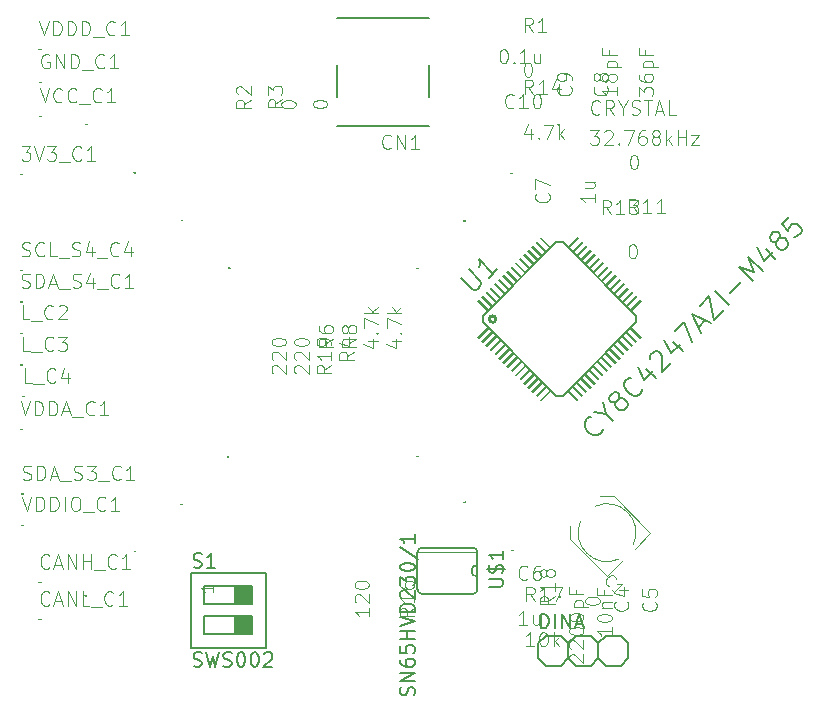
<source format=gbr>
G04 #@! TF.FileFunction,Legend,Top*
%FSLAX46Y46*%
G04 Gerber Fmt 4.6, Leading zero omitted, Abs format (unit mm)*
G04 Created by KiCad (PCBNEW 4.0.6) date 05/07/17 20:41:04*
%MOMM*%
%LPD*%
G01*
G04 APERTURE LIST*
%ADD10C,0.100000*%
%ADD11C,0.127000*%
%ADD12C,0.152400*%
%ADD13C,0.050800*%
%ADD14C,0.203200*%
%ADD15C,0.254000*%
%ADD16C,0.101600*%
%ADD17C,0.142240*%
%ADD18C,0.002032*%
%ADD19C,0.081280*%
G04 APERTURE END LIST*
D10*
D11*
X245540300Y-86728300D02*
X237740300Y-86728300D01*
X245540300Y-77528300D02*
X237740300Y-77528300D01*
X245540300Y-81528300D02*
X245540300Y-84228300D01*
X237740300Y-84228300D02*
X237740300Y-81528300D01*
X244840300Y-86728300D02*
X243740300Y-86728300D01*
X239540300Y-86728300D02*
X238440300Y-86728300D01*
D12*
X255407100Y-129829500D02*
X256677100Y-129829500D01*
X256677100Y-129829500D02*
X257312100Y-130464500D01*
X257312100Y-130464500D02*
X257312100Y-131734500D01*
X257312100Y-131734500D02*
X256677100Y-132369500D01*
X257312100Y-130464500D02*
X257947100Y-129829500D01*
X257947100Y-129829500D02*
X259217100Y-129829500D01*
X259217100Y-129829500D02*
X259852100Y-130464500D01*
X259852100Y-130464500D02*
X259852100Y-131734500D01*
X259852100Y-131734500D02*
X259217100Y-132369500D01*
X259217100Y-132369500D02*
X257947100Y-132369500D01*
X257947100Y-132369500D02*
X257312100Y-131734500D01*
X254772100Y-130464500D02*
X254772100Y-131734500D01*
X255407100Y-129829500D02*
X254772100Y-130464500D01*
X254772100Y-131734500D02*
X255407100Y-132369500D01*
X256677100Y-132369500D02*
X255407100Y-132369500D01*
X259852100Y-130464500D02*
X260487100Y-129829500D01*
X260487100Y-129829500D02*
X261757100Y-129829500D01*
X261757100Y-129829500D02*
X262392100Y-130464500D01*
X262392100Y-130464500D02*
X262392100Y-131734500D01*
X262392100Y-131734500D02*
X261757100Y-132369500D01*
X261757100Y-132369500D02*
X260487100Y-132369500D01*
X260487100Y-132369500D02*
X259852100Y-131734500D01*
X244942300Y-126298900D02*
X249260300Y-126298900D01*
X244561300Y-122768300D02*
G75*
G02X244942300Y-122387300I381000J0D01*
G01*
X249260300Y-126298900D02*
G75*
G03X249641300Y-125917900I0J381000D01*
G01*
X244561300Y-125917900D02*
G75*
G03X244942300Y-126298900I381000J0D01*
G01*
X249260300Y-122387300D02*
G75*
G02X249641300Y-122768300I0J-381000D01*
G01*
X249260300Y-122387300D02*
X244942300Y-122387300D01*
X244561300Y-122768300D02*
X244561300Y-125917900D01*
X249641300Y-125917900D02*
X249641300Y-122768300D01*
X249641300Y-123835100D02*
G75*
G03X249641300Y-124851100I0J-508000D01*
G01*
D13*
X249641300Y-122742900D02*
X244561300Y-122742900D01*
D14*
X250070118Y-103315343D02*
X250070118Y-102749657D01*
X250070118Y-102749657D02*
X256292657Y-96527118D01*
X256292657Y-96527118D02*
X256858343Y-96527118D01*
X256858343Y-96527118D02*
X263080882Y-102749657D01*
X263080882Y-102749657D02*
X263080882Y-103315343D01*
X263080882Y-103315343D02*
X256858343Y-109537882D01*
X256858343Y-109537882D02*
X256292657Y-109537882D01*
X256292657Y-109537882D02*
X250070118Y-103315343D01*
D15*
X251201346Y-103032500D02*
G75*
G03X251201346Y-103032500I-282700J0D01*
G01*
D10*
G36*
X249751920Y-104694201D02*
X250600448Y-103845673D01*
X250459026Y-103704251D01*
X249610498Y-104552780D01*
X249751920Y-104694201D01*
G37*
G36*
X250105473Y-105047754D02*
X250954001Y-104199226D01*
X250812580Y-104057805D01*
X249964052Y-104906333D01*
X250105473Y-105047754D01*
G37*
G36*
X250459026Y-105401308D02*
X251307554Y-104552780D01*
X251166133Y-104411358D01*
X250317605Y-105259886D01*
X250459026Y-105401308D01*
G37*
G36*
X250812580Y-105754861D02*
X251661108Y-104906333D01*
X251519687Y-104764912D01*
X250671158Y-105613440D01*
X250812580Y-105754861D01*
G37*
G36*
X251166133Y-106108414D02*
X252014661Y-105259886D01*
X251873240Y-105118465D01*
X251024712Y-105966993D01*
X251166133Y-106108414D01*
G37*
G36*
X251519687Y-106461968D02*
X252368215Y-105613440D01*
X252226793Y-105472018D01*
X251378265Y-106320547D01*
X251519687Y-106461968D01*
G37*
G36*
X251873240Y-106815521D02*
X252721768Y-105966993D01*
X252580347Y-105825572D01*
X251731819Y-106674100D01*
X251873240Y-106815521D01*
G37*
G36*
X252226793Y-107169075D02*
X253075321Y-106320547D01*
X252933900Y-106179125D01*
X252085372Y-107027653D01*
X252226793Y-107169075D01*
G37*
G36*
X252580347Y-107522628D02*
X253428875Y-106674100D01*
X253287453Y-106532679D01*
X252438925Y-107381207D01*
X252580347Y-107522628D01*
G37*
G36*
X252933900Y-107876181D02*
X253782428Y-107027653D01*
X253641007Y-106886232D01*
X252792479Y-107734760D01*
X252933900Y-107876181D01*
G37*
G36*
X253287453Y-108229735D02*
X254135982Y-107381207D01*
X253994560Y-107239785D01*
X253146032Y-108088313D01*
X253287453Y-108229735D01*
G37*
G36*
X253641007Y-108583288D02*
X254489535Y-107734760D01*
X254348114Y-107593339D01*
X253499586Y-108441867D01*
X253641007Y-108583288D01*
G37*
G36*
X253994560Y-108936842D02*
X254843088Y-108088313D01*
X254701667Y-107946892D01*
X253853139Y-108795420D01*
X253994560Y-108936842D01*
G37*
G36*
X254348114Y-109290395D02*
X255196642Y-108441867D01*
X255055220Y-108300446D01*
X254206692Y-109148974D01*
X254348114Y-109290395D01*
G37*
G36*
X254701667Y-109643948D02*
X255550195Y-108795420D01*
X255408774Y-108653999D01*
X254560246Y-109502527D01*
X254701667Y-109643948D01*
G37*
G36*
X255055220Y-109997502D02*
X255903749Y-109148974D01*
X255762327Y-109007552D01*
X254913799Y-109856080D01*
X255055220Y-109997502D01*
G37*
G36*
X258095780Y-109997502D02*
X258237201Y-109856080D01*
X257388673Y-109007552D01*
X257247251Y-109148974D01*
X258095780Y-109997502D01*
G37*
G36*
X258449333Y-109643948D02*
X258590754Y-109502527D01*
X257742226Y-108653999D01*
X257600805Y-108795420D01*
X258449333Y-109643948D01*
G37*
G36*
X258802886Y-109290395D02*
X258944308Y-109148974D01*
X258095780Y-108300446D01*
X257954358Y-108441867D01*
X258802886Y-109290395D01*
G37*
G36*
X259156440Y-108936842D02*
X259297861Y-108795420D01*
X258449333Y-107946892D01*
X258307912Y-108088313D01*
X259156440Y-108936842D01*
G37*
G36*
X259509993Y-108583288D02*
X259651414Y-108441867D01*
X258802886Y-107593339D01*
X258661465Y-107734760D01*
X259509993Y-108583288D01*
G37*
G36*
X259863547Y-108229735D02*
X260004968Y-108088313D01*
X259156440Y-107239785D01*
X259015018Y-107381207D01*
X259863547Y-108229735D01*
G37*
G36*
X260217100Y-107876181D02*
X260358521Y-107734760D01*
X259509993Y-106886232D01*
X259368572Y-107027653D01*
X260217100Y-107876181D01*
G37*
G36*
X260570653Y-107522628D02*
X260712075Y-107381207D01*
X259863547Y-106532679D01*
X259722125Y-106674100D01*
X260570653Y-107522628D01*
G37*
G36*
X260924207Y-107169075D02*
X261065628Y-107027653D01*
X260217100Y-106179125D01*
X260075679Y-106320547D01*
X260924207Y-107169075D01*
G37*
G36*
X261277760Y-106815521D02*
X261419181Y-106674100D01*
X260570653Y-105825572D01*
X260429232Y-105966993D01*
X261277760Y-106815521D01*
G37*
G36*
X261631313Y-106461968D02*
X261772735Y-106320547D01*
X260924207Y-105472018D01*
X260782785Y-105613440D01*
X261631313Y-106461968D01*
G37*
G36*
X261984867Y-106108414D02*
X262126288Y-105966993D01*
X261277760Y-105118465D01*
X261136339Y-105259886D01*
X261984867Y-106108414D01*
G37*
G36*
X262338420Y-105754861D02*
X262479842Y-105613440D01*
X261631313Y-104764912D01*
X261489892Y-104906333D01*
X262338420Y-105754861D01*
G37*
G36*
X262691974Y-105401308D02*
X262833395Y-105259886D01*
X261984867Y-104411358D01*
X261843446Y-104552780D01*
X262691974Y-105401308D01*
G37*
G36*
X263045527Y-105047754D02*
X263186948Y-104906333D01*
X262338420Y-104057805D01*
X262196999Y-104199226D01*
X263045527Y-105047754D01*
G37*
G36*
X263399080Y-104694201D02*
X263540502Y-104552780D01*
X262691974Y-103704251D01*
X262550552Y-103845673D01*
X263399080Y-104694201D01*
G37*
G36*
X262691974Y-102360749D02*
X263540502Y-101512220D01*
X263399080Y-101370799D01*
X262550552Y-102219327D01*
X262691974Y-102360749D01*
G37*
G36*
X262338420Y-102007195D02*
X263186948Y-101158667D01*
X263045527Y-101017246D01*
X262196999Y-101865774D01*
X262338420Y-102007195D01*
G37*
G36*
X261984867Y-101653642D02*
X262833395Y-100805114D01*
X262691974Y-100663692D01*
X261843446Y-101512220D01*
X261984867Y-101653642D01*
G37*
G36*
X261631313Y-101300088D02*
X262479842Y-100451560D01*
X262338420Y-100310139D01*
X261489892Y-101158667D01*
X261631313Y-101300088D01*
G37*
G36*
X261277760Y-100946535D02*
X262126288Y-100098007D01*
X261984867Y-99956586D01*
X261136339Y-100805114D01*
X261277760Y-100946535D01*
G37*
G36*
X260924207Y-100592982D02*
X261772735Y-99744453D01*
X261631313Y-99603032D01*
X260782785Y-100451560D01*
X260924207Y-100592982D01*
G37*
G36*
X260570653Y-100239428D02*
X261419181Y-99390900D01*
X261277760Y-99249479D01*
X260429232Y-100098007D01*
X260570653Y-100239428D01*
G37*
G36*
X260217100Y-99885875D02*
X261065628Y-99037347D01*
X260924207Y-98895925D01*
X260075679Y-99744453D01*
X260217100Y-99885875D01*
G37*
G36*
X259863547Y-99532321D02*
X260712075Y-98683793D01*
X260570653Y-98542372D01*
X259722125Y-99390900D01*
X259863547Y-99532321D01*
G37*
G36*
X259509993Y-99178768D02*
X260358521Y-98330240D01*
X260217100Y-98188819D01*
X259368572Y-99037347D01*
X259509993Y-99178768D01*
G37*
G36*
X259156440Y-98825215D02*
X260004968Y-97976687D01*
X259863547Y-97835265D01*
X259015018Y-98683793D01*
X259156440Y-98825215D01*
G37*
G36*
X258802886Y-98471661D02*
X259651414Y-97623133D01*
X259509993Y-97481712D01*
X258661465Y-98330240D01*
X258802886Y-98471661D01*
G37*
G36*
X258449333Y-98118108D02*
X259297861Y-97269580D01*
X259156440Y-97128158D01*
X258307912Y-97976687D01*
X258449333Y-98118108D01*
G37*
G36*
X258095780Y-97764554D02*
X258944308Y-96916026D01*
X258802886Y-96774605D01*
X257954358Y-97623133D01*
X258095780Y-97764554D01*
G37*
G36*
X257742226Y-97411001D02*
X258590754Y-96562473D01*
X258449333Y-96421052D01*
X257600805Y-97269580D01*
X257742226Y-97411001D01*
G37*
G36*
X257388673Y-97057448D02*
X258237201Y-96208920D01*
X258095780Y-96067498D01*
X257247251Y-96916026D01*
X257388673Y-97057448D01*
G37*
G36*
X255762327Y-97057448D02*
X255903749Y-96916026D01*
X255055220Y-96067498D01*
X254913799Y-96208920D01*
X255762327Y-97057448D01*
G37*
G36*
X255408774Y-97411001D02*
X255550195Y-97269580D01*
X254701667Y-96421052D01*
X254560246Y-96562473D01*
X255408774Y-97411001D01*
G37*
G36*
X255055220Y-97764554D02*
X255196642Y-97623133D01*
X254348114Y-96774605D01*
X254206692Y-96916026D01*
X255055220Y-97764554D01*
G37*
G36*
X254701667Y-98118108D02*
X254843088Y-97976687D01*
X253994560Y-97128158D01*
X253853139Y-97269580D01*
X254701667Y-98118108D01*
G37*
G36*
X254348114Y-98471661D02*
X254489535Y-98330240D01*
X253641007Y-97481712D01*
X253499586Y-97623133D01*
X254348114Y-98471661D01*
G37*
G36*
X253994560Y-98825215D02*
X254135982Y-98683793D01*
X253287453Y-97835265D01*
X253146032Y-97976687D01*
X253994560Y-98825215D01*
G37*
G36*
X253641007Y-99178768D02*
X253782428Y-99037347D01*
X252933900Y-98188819D01*
X252792479Y-98330240D01*
X253641007Y-99178768D01*
G37*
G36*
X253287453Y-99532321D02*
X253428875Y-99390900D01*
X252580347Y-98542372D01*
X252438925Y-98683793D01*
X253287453Y-99532321D01*
G37*
G36*
X252933900Y-99885875D02*
X253075321Y-99744453D01*
X252226793Y-98895925D01*
X252085372Y-99037347D01*
X252933900Y-99885875D01*
G37*
G36*
X252580347Y-100239428D02*
X252721768Y-100098007D01*
X251873240Y-99249479D01*
X251731819Y-99390900D01*
X252580347Y-100239428D01*
G37*
G36*
X252226793Y-100592982D02*
X252368215Y-100451560D01*
X251519687Y-99603032D01*
X251378265Y-99744453D01*
X252226793Y-100592982D01*
G37*
G36*
X251873240Y-100946535D02*
X252014661Y-100805114D01*
X251166133Y-99956586D01*
X251024712Y-100098007D01*
X251873240Y-100946535D01*
G37*
G36*
X251519687Y-101300088D02*
X251661108Y-101158667D01*
X250812580Y-100310139D01*
X250671158Y-100451560D01*
X251519687Y-101300088D01*
G37*
G36*
X251166133Y-101653642D02*
X251307554Y-101512220D01*
X250459026Y-100663692D01*
X250317605Y-100805114D01*
X251166133Y-101653642D01*
G37*
G36*
X250812580Y-102007195D02*
X250954001Y-101865774D01*
X250105473Y-101017246D01*
X249964052Y-101158667D01*
X250812580Y-102007195D01*
G37*
G36*
X250459026Y-102360749D02*
X250600448Y-102219327D01*
X249751920Y-101370799D01*
X249610498Y-101512220D01*
X250459026Y-102360749D01*
G37*
D12*
X225345500Y-124520900D02*
X225345500Y-130870900D01*
X231746300Y-130870900D02*
X225345500Y-130870900D01*
X231746300Y-130870900D02*
X231746300Y-124520900D01*
X225345500Y-124520900D02*
X231746300Y-124520900D01*
X230577900Y-125663900D02*
X230577900Y-127187900D01*
X226513900Y-127187900D02*
X226513900Y-125663900D01*
X230577900Y-127187900D02*
X226513900Y-127187900D01*
X226513900Y-125663900D02*
X230577900Y-125663900D01*
X230577900Y-128203900D02*
X230577900Y-129727900D01*
X226513900Y-129727900D02*
X226513900Y-128203900D01*
X230577900Y-129727900D02*
X226513900Y-129727900D01*
X226513900Y-128203900D02*
X230577900Y-128203900D01*
D10*
G36*
X229053900Y-125663900D02*
X229053900Y-127187900D01*
X230577900Y-127187900D01*
X230577900Y-125663900D01*
X229053900Y-125663900D01*
G37*
G36*
X229053900Y-128203900D02*
X229053900Y-129727900D01*
X230577900Y-129727900D01*
X230577900Y-128203900D01*
X229053900Y-128203900D01*
G37*
D16*
X258365035Y-120146628D02*
G75*
G03X261635405Y-123346286I2249519J-971918D01*
G01*
X261953603Y-123452352D02*
X260610100Y-124795855D01*
X260610100Y-124795855D02*
X257498830Y-121684585D01*
X257498830Y-121684585D02*
X257498830Y-120553215D01*
X260044415Y-118007630D02*
X261175785Y-118007630D01*
X261175785Y-118007630D02*
X264287055Y-121118900D01*
X264287055Y-121118900D02*
X262943552Y-122462403D01*
X262855165Y-122091172D02*
G75*
G03X259584795Y-118891514I-2249519J971918D01*
G01*
X262308643Y-126966558D02*
X262366095Y-127024010D01*
X262423548Y-127196367D01*
X262423548Y-127311272D01*
X262366095Y-127483629D01*
X262251190Y-127598534D01*
X262136286Y-127655986D01*
X261906476Y-127713438D01*
X261734119Y-127713438D01*
X261504310Y-127655986D01*
X261389405Y-127598534D01*
X261274500Y-127483629D01*
X261217048Y-127311272D01*
X261217048Y-127196367D01*
X261274500Y-127024010D01*
X261331952Y-126966558D01*
X261619214Y-125932415D02*
X262423548Y-125932415D01*
X261159595Y-126219677D02*
X262021381Y-126506938D01*
X262021381Y-125760058D01*
X257521952Y-132079820D02*
X257464500Y-132022368D01*
X257407048Y-131907463D01*
X257407048Y-131620201D01*
X257464500Y-131505297D01*
X257521952Y-131447844D01*
X257636857Y-131390392D01*
X257751762Y-131390392D01*
X257924119Y-131447844D01*
X258613548Y-132137273D01*
X258613548Y-131390392D01*
X257521952Y-130930772D02*
X257464500Y-130873320D01*
X257407048Y-130758415D01*
X257407048Y-130471153D01*
X257464500Y-130356249D01*
X257521952Y-130298796D01*
X257636857Y-130241344D01*
X257751762Y-130241344D01*
X257924119Y-130298796D01*
X258613548Y-130988225D01*
X258613548Y-130241344D01*
X257407048Y-129494463D02*
X257407048Y-129379558D01*
X257464500Y-129264653D01*
X257521952Y-129207201D01*
X257636857Y-129149748D01*
X257866667Y-129092296D01*
X258153929Y-129092296D01*
X258383738Y-129149748D01*
X258498643Y-129207201D01*
X258556095Y-129264653D01*
X258613548Y-129379558D01*
X258613548Y-129494463D01*
X258556095Y-129609367D01*
X258498643Y-129666820D01*
X258383738Y-129724272D01*
X258153929Y-129781724D01*
X257866667Y-129781724D01*
X257636857Y-129724272D01*
X257521952Y-129666820D01*
X257464500Y-129609367D01*
X257407048Y-129494463D01*
X257407048Y-128345415D02*
X257407048Y-128230510D01*
X257464500Y-128115605D01*
X257521952Y-128058153D01*
X257636857Y-128000700D01*
X257866667Y-127943248D01*
X258153929Y-127943248D01*
X258383738Y-128000700D01*
X258498643Y-128058153D01*
X258556095Y-128115605D01*
X258613548Y-128230510D01*
X258613548Y-128345415D01*
X258556095Y-128460319D01*
X258498643Y-128517772D01*
X258383738Y-128575224D01*
X258153929Y-128632676D01*
X257866667Y-128632676D01*
X257636857Y-128575224D01*
X257521952Y-128517772D01*
X257464500Y-128460319D01*
X257407048Y-128345415D01*
X257809214Y-127426176D02*
X259015714Y-127426176D01*
X257866667Y-127426176D02*
X257809214Y-127311271D01*
X257809214Y-127081462D01*
X257866667Y-126966557D01*
X257924119Y-126909105D01*
X258039024Y-126851652D01*
X258383738Y-126851652D01*
X258498643Y-126909105D01*
X258556095Y-126966557D01*
X258613548Y-127081462D01*
X258613548Y-127311271D01*
X258556095Y-127426176D01*
X257981571Y-125932414D02*
X257981571Y-126334581D01*
X258613548Y-126334581D02*
X257407048Y-126334581D01*
X257407048Y-125760057D01*
X264696243Y-127017358D02*
X264753695Y-127074810D01*
X264811148Y-127247167D01*
X264811148Y-127362072D01*
X264753695Y-127534429D01*
X264638790Y-127649334D01*
X264523886Y-127706786D01*
X264294076Y-127764238D01*
X264121719Y-127764238D01*
X263891910Y-127706786D01*
X263777005Y-127649334D01*
X263662100Y-127534429D01*
X263604648Y-127362072D01*
X263604648Y-127247167D01*
X263662100Y-127074810D01*
X263719552Y-127017358D01*
X263604648Y-125925762D02*
X263604648Y-126500286D01*
X264179171Y-126557738D01*
X264121719Y-126500286D01*
X264064267Y-126385381D01*
X264064267Y-126098119D01*
X264121719Y-125983215D01*
X264179171Y-125925762D01*
X264294076Y-125868310D01*
X264581338Y-125868310D01*
X264696243Y-125925762D01*
X264753695Y-125983215D01*
X264811148Y-126098119D01*
X264811148Y-126385381D01*
X264753695Y-126500286D01*
X264696243Y-126557738D01*
X261001148Y-129143096D02*
X261001148Y-129832524D01*
X261001148Y-129487810D02*
X259794648Y-129487810D01*
X259967005Y-129602715D01*
X260081910Y-129717620D01*
X260139362Y-129832524D01*
X259794648Y-128396215D02*
X259794648Y-128281310D01*
X259852100Y-128166405D01*
X259909552Y-128108953D01*
X260024457Y-128051500D01*
X260254267Y-127994048D01*
X260541529Y-127994048D01*
X260771338Y-128051500D01*
X260886243Y-128108953D01*
X260943695Y-128166405D01*
X261001148Y-128281310D01*
X261001148Y-128396215D01*
X260943695Y-128511119D01*
X260886243Y-128568572D01*
X260771338Y-128626024D01*
X260541529Y-128683476D01*
X260254267Y-128683476D01*
X260024457Y-128626024D01*
X259909552Y-128568572D01*
X259852100Y-128511119D01*
X259794648Y-128396215D01*
X260196814Y-127476976D02*
X261001148Y-127476976D01*
X260311719Y-127476976D02*
X260254267Y-127419524D01*
X260196814Y-127304619D01*
X260196814Y-127132262D01*
X260254267Y-127017357D01*
X260369171Y-126959905D01*
X261001148Y-126959905D01*
X260369171Y-125983214D02*
X260369171Y-126385381D01*
X261001148Y-126385381D02*
X259794648Y-126385381D01*
X259794648Y-125810857D01*
X253869190Y-125008943D02*
X253811738Y-125066395D01*
X253639381Y-125123848D01*
X253524476Y-125123848D01*
X253352119Y-125066395D01*
X253237214Y-124951490D01*
X253179762Y-124836586D01*
X253122310Y-124606776D01*
X253122310Y-124434419D01*
X253179762Y-124204610D01*
X253237214Y-124089705D01*
X253352119Y-123974800D01*
X253524476Y-123917348D01*
X253639381Y-123917348D01*
X253811738Y-123974800D01*
X253869190Y-124032252D01*
X254903333Y-123917348D02*
X254673524Y-123917348D01*
X254558619Y-123974800D01*
X254501167Y-124032252D01*
X254386262Y-124204610D01*
X254328810Y-124434419D01*
X254328810Y-124894038D01*
X254386262Y-125008943D01*
X254443714Y-125066395D01*
X254558619Y-125123848D01*
X254788429Y-125123848D01*
X254903333Y-125066395D01*
X254960786Y-125008943D01*
X255018238Y-124894038D01*
X255018238Y-124606776D01*
X254960786Y-124491871D01*
X254903333Y-124434419D01*
X254788429Y-124376967D01*
X254558619Y-124376967D01*
X254443714Y-124434419D01*
X254386262Y-124491871D01*
X254328810Y-124606776D01*
X253811738Y-128933848D02*
X253122310Y-128933848D01*
X253467024Y-128933848D02*
X253467024Y-127727348D01*
X253352119Y-127899705D01*
X253237214Y-128014610D01*
X253122310Y-128072062D01*
X254845881Y-128129514D02*
X254845881Y-128933848D01*
X254328810Y-128129514D02*
X254328810Y-128761490D01*
X254386262Y-128876395D01*
X254501167Y-128933848D01*
X254673524Y-128933848D01*
X254788429Y-128876395D01*
X254845881Y-128818943D01*
X242307490Y-88512443D02*
X242250038Y-88569895D01*
X242077681Y-88627348D01*
X241962776Y-88627348D01*
X241790419Y-88569895D01*
X241675514Y-88454990D01*
X241618062Y-88340086D01*
X241560610Y-88110276D01*
X241560610Y-87937919D01*
X241618062Y-87708110D01*
X241675514Y-87593205D01*
X241790419Y-87478300D01*
X241962776Y-87420848D01*
X242077681Y-87420848D01*
X242250038Y-87478300D01*
X242307490Y-87535752D01*
X242824562Y-88627348D02*
X242824562Y-87420848D01*
X243513990Y-88627348D01*
X243513990Y-87420848D01*
X244720490Y-88627348D02*
X244031062Y-88627348D01*
X244375776Y-88627348D02*
X244375776Y-87420848D01*
X244260871Y-87593205D01*
X244145966Y-87708110D01*
X244031062Y-87765562D01*
D11*
X254983162Y-129213248D02*
X254983162Y-128006748D01*
X255270424Y-128006748D01*
X255442781Y-128064200D01*
X255557686Y-128179105D01*
X255615138Y-128294010D01*
X255672590Y-128523819D01*
X255672590Y-128696176D01*
X255615138Y-128925986D01*
X255557686Y-129040890D01*
X255442781Y-129155795D01*
X255270424Y-129213248D01*
X254983162Y-129213248D01*
X256189662Y-129213248D02*
X256189662Y-128006748D01*
X256764186Y-129213248D02*
X256764186Y-128006748D01*
X257453614Y-129213248D01*
X257453614Y-128006748D01*
X257970686Y-128868533D02*
X258545209Y-128868533D01*
X257855781Y-129213248D02*
X258257947Y-128006748D01*
X258660114Y-129213248D01*
D16*
X254326390Y-78718048D02*
X253924224Y-78143524D01*
X253636962Y-78718048D02*
X253636962Y-77511548D01*
X254096581Y-77511548D01*
X254211486Y-77569000D01*
X254268938Y-77626452D01*
X254326390Y-77741357D01*
X254326390Y-77913714D01*
X254268938Y-78028619D01*
X254211486Y-78086071D01*
X254096581Y-78143524D01*
X253636962Y-78143524D01*
X255475438Y-78718048D02*
X254786010Y-78718048D01*
X255130724Y-78718048D02*
X255130724Y-77511548D01*
X255015819Y-77683905D01*
X254900914Y-77798810D01*
X254786010Y-77856262D01*
X253866771Y-81321548D02*
X253981676Y-81321548D01*
X254096581Y-81379000D01*
X254154033Y-81436452D01*
X254211486Y-81551357D01*
X254268938Y-81781167D01*
X254268938Y-82068429D01*
X254211486Y-82298238D01*
X254154033Y-82413143D01*
X254096581Y-82470595D01*
X253981676Y-82528048D01*
X253866771Y-82528048D01*
X253751867Y-82470595D01*
X253694414Y-82413143D01*
X253636962Y-82298238D01*
X253579510Y-82068429D01*
X253579510Y-81781167D01*
X253636962Y-81551357D01*
X253694414Y-81436452D01*
X253751867Y-81379000D01*
X253866771Y-81321548D01*
X244246148Y-127487606D02*
X243671624Y-127889772D01*
X244246148Y-128177034D02*
X243039648Y-128177034D01*
X243039648Y-127717415D01*
X243097100Y-127602510D01*
X243154552Y-127545058D01*
X243269457Y-127487606D01*
X243441814Y-127487606D01*
X243556719Y-127545058D01*
X243614171Y-127602510D01*
X243671624Y-127717415D01*
X243671624Y-128177034D01*
X244246148Y-126338558D02*
X244246148Y-127027986D01*
X244246148Y-126683272D02*
X243039648Y-126683272D01*
X243212005Y-126798177D01*
X243326910Y-126913082D01*
X243384362Y-127027986D01*
X243039648Y-125304415D02*
X243039648Y-125534224D01*
X243097100Y-125649129D01*
X243154552Y-125706581D01*
X243326910Y-125821486D01*
X243556719Y-125878938D01*
X244016338Y-125878938D01*
X244131243Y-125821486D01*
X244188695Y-125764034D01*
X244246148Y-125649129D01*
X244246148Y-125419319D01*
X244188695Y-125304415D01*
X244131243Y-125246962D01*
X244016338Y-125189510D01*
X243729076Y-125189510D01*
X243614171Y-125246962D01*
X243556719Y-125304415D01*
X243499267Y-125419319D01*
X243499267Y-125649129D01*
X243556719Y-125764034D01*
X243614171Y-125821486D01*
X243729076Y-125878938D01*
X240436148Y-127487606D02*
X240436148Y-128177034D01*
X240436148Y-127832320D02*
X239229648Y-127832320D01*
X239402005Y-127947225D01*
X239516910Y-128062130D01*
X239574362Y-128177034D01*
X239344552Y-127027986D02*
X239287100Y-126970534D01*
X239229648Y-126855629D01*
X239229648Y-126568367D01*
X239287100Y-126453463D01*
X239344552Y-126396010D01*
X239459457Y-126338558D01*
X239574362Y-126338558D01*
X239746719Y-126396010D01*
X240436148Y-127085439D01*
X240436148Y-126338558D01*
X239229648Y-125591677D02*
X239229648Y-125476772D01*
X239287100Y-125361867D01*
X239344552Y-125304415D01*
X239459457Y-125246962D01*
X239689267Y-125189510D01*
X239976529Y-125189510D01*
X240206338Y-125246962D01*
X240321243Y-125304415D01*
X240378695Y-125361867D01*
X240436148Y-125476772D01*
X240436148Y-125591677D01*
X240378695Y-125706581D01*
X240321243Y-125764034D01*
X240206338Y-125821486D01*
X239976529Y-125878938D01*
X239689267Y-125878938D01*
X239459457Y-125821486D01*
X239344552Y-125764034D01*
X239287100Y-125706581D01*
X239229648Y-125591677D01*
X254478790Y-126927248D02*
X254076624Y-126352724D01*
X253789362Y-126927248D02*
X253789362Y-125720748D01*
X254248981Y-125720748D01*
X254363886Y-125778200D01*
X254421338Y-125835652D01*
X254478790Y-125950557D01*
X254478790Y-126122914D01*
X254421338Y-126237819D01*
X254363886Y-126295271D01*
X254248981Y-126352724D01*
X253789362Y-126352724D01*
X255627838Y-126927248D02*
X254938410Y-126927248D01*
X255283124Y-126927248D02*
X255283124Y-125720748D01*
X255168219Y-125893105D01*
X255053314Y-126008010D01*
X254938410Y-126065462D01*
X256030005Y-125720748D02*
X256834338Y-125720748D01*
X256317267Y-126927248D01*
X254421338Y-130737248D02*
X253731910Y-130737248D01*
X254076624Y-130737248D02*
X254076624Y-129530748D01*
X253961719Y-129703105D01*
X253846814Y-129818010D01*
X253731910Y-129875462D01*
X255168219Y-129530748D02*
X255283124Y-129530748D01*
X255398029Y-129588200D01*
X255455481Y-129645652D01*
X255512934Y-129760557D01*
X255570386Y-129990367D01*
X255570386Y-130277629D01*
X255512934Y-130507438D01*
X255455481Y-130622343D01*
X255398029Y-130679795D01*
X255283124Y-130737248D01*
X255168219Y-130737248D01*
X255053315Y-130679795D01*
X254995862Y-130622343D01*
X254938410Y-130507438D01*
X254880958Y-130277629D01*
X254880958Y-129990367D01*
X254938410Y-129760557D01*
X254995862Y-129645652D01*
X255053315Y-129588200D01*
X255168219Y-129530748D01*
X256087458Y-130737248D02*
X256087458Y-129530748D01*
X256202363Y-130277629D02*
X256547077Y-130737248D01*
X256547077Y-129932914D02*
X256087458Y-130392533D01*
X256162448Y-126490610D02*
X255587924Y-126892776D01*
X256162448Y-127180038D02*
X254955948Y-127180038D01*
X254955948Y-126720419D01*
X255013400Y-126605514D01*
X255070852Y-126548062D01*
X255185757Y-126490610D01*
X255358114Y-126490610D01*
X255473019Y-126548062D01*
X255530471Y-126605514D01*
X255587924Y-126720419D01*
X255587924Y-127180038D01*
X256162448Y-125341562D02*
X256162448Y-126030990D01*
X256162448Y-125686276D02*
X254955948Y-125686276D01*
X255128305Y-125801181D01*
X255243210Y-125916086D01*
X255300662Y-126030990D01*
X255473019Y-124652133D02*
X255415567Y-124767038D01*
X255358114Y-124824490D01*
X255243210Y-124881942D01*
X255185757Y-124881942D01*
X255070852Y-124824490D01*
X255013400Y-124767038D01*
X254955948Y-124652133D01*
X254955948Y-124422323D01*
X255013400Y-124307419D01*
X255070852Y-124249966D01*
X255185757Y-124192514D01*
X255243210Y-124192514D01*
X255358114Y-124249966D01*
X255415567Y-124307419D01*
X255473019Y-124422323D01*
X255473019Y-124652133D01*
X255530471Y-124767038D01*
X255587924Y-124824490D01*
X255702829Y-124881942D01*
X255932638Y-124881942D01*
X256047543Y-124824490D01*
X256104995Y-124767038D01*
X256162448Y-124652133D01*
X256162448Y-124422323D01*
X256104995Y-124307419D01*
X256047543Y-124249966D01*
X255932638Y-124192514D01*
X255702829Y-124192514D01*
X255587924Y-124249966D01*
X255530471Y-124307419D01*
X255473019Y-124422323D01*
X258765948Y-126950229D02*
X258765948Y-126835324D01*
X258823400Y-126720419D01*
X258880852Y-126662967D01*
X258995757Y-126605514D01*
X259225567Y-126548062D01*
X259512829Y-126548062D01*
X259742638Y-126605514D01*
X259857543Y-126662967D01*
X259914995Y-126720419D01*
X259972448Y-126835324D01*
X259972448Y-126950229D01*
X259914995Y-127065133D01*
X259857543Y-127122586D01*
X259742638Y-127180038D01*
X259512829Y-127237490D01*
X259225567Y-127237490D01*
X258995757Y-127180038D01*
X258880852Y-127122586D01*
X258823400Y-127065133D01*
X258765948Y-126950229D01*
X237226748Y-106932006D02*
X236652224Y-107334172D01*
X237226748Y-107621434D02*
X236020248Y-107621434D01*
X236020248Y-107161815D01*
X236077700Y-107046910D01*
X236135152Y-106989458D01*
X236250057Y-106932006D01*
X236422414Y-106932006D01*
X236537319Y-106989458D01*
X236594771Y-107046910D01*
X236652224Y-107161815D01*
X236652224Y-107621434D01*
X237226748Y-105782958D02*
X237226748Y-106472386D01*
X237226748Y-106127672D02*
X236020248Y-106127672D01*
X236192605Y-106242577D01*
X236307510Y-106357482D01*
X236364962Y-106472386D01*
X237226748Y-105208434D02*
X237226748Y-104978624D01*
X237169295Y-104863719D01*
X237111843Y-104806267D01*
X236939486Y-104691362D01*
X236709676Y-104633910D01*
X236250057Y-104633910D01*
X236135152Y-104691362D01*
X236077700Y-104748815D01*
X236020248Y-104863719D01*
X236020248Y-105093529D01*
X236077700Y-105208434D01*
X236135152Y-105265886D01*
X236250057Y-105323338D01*
X236537319Y-105323338D01*
X236652224Y-105265886D01*
X236709676Y-105208434D01*
X236767129Y-105093529D01*
X236767129Y-104863719D01*
X236709676Y-104748815D01*
X236652224Y-104691362D01*
X236537319Y-104633910D01*
X232325152Y-107621434D02*
X232267700Y-107563982D01*
X232210248Y-107449077D01*
X232210248Y-107161815D01*
X232267700Y-107046911D01*
X232325152Y-106989458D01*
X232440057Y-106932006D01*
X232554962Y-106932006D01*
X232727319Y-106989458D01*
X233416748Y-107678887D01*
X233416748Y-106932006D01*
X232325152Y-106472386D02*
X232267700Y-106414934D01*
X232210248Y-106300029D01*
X232210248Y-106012767D01*
X232267700Y-105897863D01*
X232325152Y-105840410D01*
X232440057Y-105782958D01*
X232554962Y-105782958D01*
X232727319Y-105840410D01*
X233416748Y-106529839D01*
X233416748Y-105782958D01*
X232210248Y-105036077D02*
X232210248Y-104921172D01*
X232267700Y-104806267D01*
X232325152Y-104748815D01*
X232440057Y-104691362D01*
X232669867Y-104633910D01*
X232957129Y-104633910D01*
X233186938Y-104691362D01*
X233301843Y-104748815D01*
X233359295Y-104806267D01*
X233416748Y-104921172D01*
X233416748Y-105036077D01*
X233359295Y-105150981D01*
X233301843Y-105208434D01*
X233186938Y-105265886D01*
X232957129Y-105323338D01*
X232669867Y-105323338D01*
X232440057Y-105265886D01*
X232325152Y-105208434D01*
X232267700Y-105150981D01*
X232210248Y-105036077D01*
X230432248Y-84453610D02*
X229857724Y-84855776D01*
X230432248Y-85143038D02*
X229225748Y-85143038D01*
X229225748Y-84683419D01*
X229283200Y-84568514D01*
X229340652Y-84511062D01*
X229455557Y-84453610D01*
X229627914Y-84453610D01*
X229742819Y-84511062D01*
X229800271Y-84568514D01*
X229857724Y-84683419D01*
X229857724Y-85143038D01*
X229340652Y-83993990D02*
X229283200Y-83936538D01*
X229225748Y-83821633D01*
X229225748Y-83534371D01*
X229283200Y-83419467D01*
X229340652Y-83362014D01*
X229455557Y-83304562D01*
X229570462Y-83304562D01*
X229742819Y-83362014D01*
X230432248Y-84051443D01*
X230432248Y-83304562D01*
X233035748Y-84913229D02*
X233035748Y-84798324D01*
X233093200Y-84683419D01*
X233150652Y-84625967D01*
X233265557Y-84568514D01*
X233495367Y-84511062D01*
X233782629Y-84511062D01*
X234012438Y-84568514D01*
X234127343Y-84625967D01*
X234184795Y-84683419D01*
X234242248Y-84798324D01*
X234242248Y-84913229D01*
X234184795Y-85028133D01*
X234127343Y-85085586D01*
X234012438Y-85143038D01*
X233782629Y-85200490D01*
X233495367Y-85200490D01*
X233265557Y-85143038D01*
X233150652Y-85085586D01*
X233093200Y-85028133D01*
X233035748Y-84913229D01*
X233099248Y-84428210D02*
X232524724Y-84830376D01*
X233099248Y-85117638D02*
X231892748Y-85117638D01*
X231892748Y-84658019D01*
X231950200Y-84543114D01*
X232007652Y-84485662D01*
X232122557Y-84428210D01*
X232294914Y-84428210D01*
X232409819Y-84485662D01*
X232467271Y-84543114D01*
X232524724Y-84658019D01*
X232524724Y-85117638D01*
X231892748Y-84026043D02*
X231892748Y-83279162D01*
X232352367Y-83681329D01*
X232352367Y-83508971D01*
X232409819Y-83394067D01*
X232467271Y-83336614D01*
X232582176Y-83279162D01*
X232869438Y-83279162D01*
X232984343Y-83336614D01*
X233041795Y-83394067D01*
X233099248Y-83508971D01*
X233099248Y-83853686D01*
X233041795Y-83968590D01*
X232984343Y-84026043D01*
X235702748Y-84887829D02*
X235702748Y-84772924D01*
X235760200Y-84658019D01*
X235817652Y-84600567D01*
X235932557Y-84543114D01*
X236162367Y-84485662D01*
X236449629Y-84485662D01*
X236679438Y-84543114D01*
X236794343Y-84600567D01*
X236851795Y-84658019D01*
X236909248Y-84772924D01*
X236909248Y-84887829D01*
X236851795Y-85002733D01*
X236794343Y-85060186D01*
X236679438Y-85117638D01*
X236449629Y-85175090D01*
X236162367Y-85175090D01*
X235932557Y-85117638D01*
X235817652Y-85060186D01*
X235760200Y-85002733D01*
X235702748Y-84887829D01*
D11*
X250599848Y-125712886D02*
X251576538Y-125712886D01*
X251691443Y-125655434D01*
X251748895Y-125597981D01*
X251806348Y-125483077D01*
X251806348Y-125253267D01*
X251748895Y-125138362D01*
X251691443Y-125080910D01*
X251576538Y-125023458D01*
X250599848Y-125023458D01*
X251748895Y-124506386D02*
X251806348Y-124334029D01*
X251806348Y-124046767D01*
X251748895Y-123931863D01*
X251691443Y-123874410D01*
X251576538Y-123816958D01*
X251461633Y-123816958D01*
X251346729Y-123874410D01*
X251289276Y-123931863D01*
X251231824Y-124046767D01*
X251174371Y-124276577D01*
X251116919Y-124391482D01*
X251059467Y-124448934D01*
X250944562Y-124506386D01*
X250829657Y-124506386D01*
X250714752Y-124448934D01*
X250657300Y-124391482D01*
X250599848Y-124276577D01*
X250599848Y-123989315D01*
X250657300Y-123816958D01*
X250427490Y-124161672D02*
X251978705Y-124161672D01*
X251806348Y-122667910D02*
X251806348Y-123357338D01*
X251806348Y-123012624D02*
X250599848Y-123012624D01*
X250772205Y-123127529D01*
X250887110Y-123242434D01*
X250944562Y-123357338D01*
X244255895Y-134887125D02*
X244313348Y-134714768D01*
X244313348Y-134427506D01*
X244255895Y-134312602D01*
X244198443Y-134255149D01*
X244083538Y-134197697D01*
X243968633Y-134197697D01*
X243853729Y-134255149D01*
X243796276Y-134312602D01*
X243738824Y-134427506D01*
X243681371Y-134657316D01*
X243623919Y-134772221D01*
X243566467Y-134829673D01*
X243451562Y-134887125D01*
X243336657Y-134887125D01*
X243221752Y-134829673D01*
X243164300Y-134772221D01*
X243106848Y-134657316D01*
X243106848Y-134370054D01*
X243164300Y-134197697D01*
X244313348Y-133680625D02*
X243106848Y-133680625D01*
X244313348Y-132991197D01*
X243106848Y-132991197D01*
X243106848Y-131899602D02*
X243106848Y-132129411D01*
X243164300Y-132244316D01*
X243221752Y-132301768D01*
X243394110Y-132416673D01*
X243623919Y-132474125D01*
X244083538Y-132474125D01*
X244198443Y-132416673D01*
X244255895Y-132359221D01*
X244313348Y-132244316D01*
X244313348Y-132014506D01*
X244255895Y-131899602D01*
X244198443Y-131842149D01*
X244083538Y-131784697D01*
X243796276Y-131784697D01*
X243681371Y-131842149D01*
X243623919Y-131899602D01*
X243566467Y-132014506D01*
X243566467Y-132244316D01*
X243623919Y-132359221D01*
X243681371Y-132416673D01*
X243796276Y-132474125D01*
X243106848Y-130693101D02*
X243106848Y-131267625D01*
X243681371Y-131325077D01*
X243623919Y-131267625D01*
X243566467Y-131152720D01*
X243566467Y-130865458D01*
X243623919Y-130750554D01*
X243681371Y-130693101D01*
X243796276Y-130635649D01*
X244083538Y-130635649D01*
X244198443Y-130693101D01*
X244255895Y-130750554D01*
X244313348Y-130865458D01*
X244313348Y-131152720D01*
X244255895Y-131267625D01*
X244198443Y-131325077D01*
X244313348Y-130118577D02*
X243106848Y-130118577D01*
X243681371Y-130118577D02*
X243681371Y-129429149D01*
X244313348Y-129429149D02*
X243106848Y-129429149D01*
X243106848Y-129026982D02*
X244313348Y-128624816D01*
X243106848Y-128222649D01*
X244313348Y-127820482D02*
X243106848Y-127820482D01*
X243106848Y-127533220D01*
X243164300Y-127360863D01*
X243279205Y-127245958D01*
X243394110Y-127188506D01*
X243623919Y-127131054D01*
X243796276Y-127131054D01*
X244026086Y-127188506D01*
X244140990Y-127245958D01*
X244255895Y-127360863D01*
X244313348Y-127533220D01*
X244313348Y-127820482D01*
X243221752Y-126671434D02*
X243164300Y-126613982D01*
X243106848Y-126499077D01*
X243106848Y-126211815D01*
X243164300Y-126096911D01*
X243221752Y-126039458D01*
X243336657Y-125982006D01*
X243451562Y-125982006D01*
X243623919Y-126039458D01*
X244313348Y-126728887D01*
X244313348Y-125982006D01*
X243106848Y-125579839D02*
X243106848Y-124832958D01*
X243566467Y-125235125D01*
X243566467Y-125062767D01*
X243623919Y-124947863D01*
X243681371Y-124890410D01*
X243796276Y-124832958D01*
X244083538Y-124832958D01*
X244198443Y-124890410D01*
X244255895Y-124947863D01*
X244313348Y-125062767D01*
X244313348Y-125407482D01*
X244255895Y-125522386D01*
X244198443Y-125579839D01*
X243106848Y-124086077D02*
X243106848Y-123971172D01*
X243164300Y-123856267D01*
X243221752Y-123798815D01*
X243336657Y-123741362D01*
X243566467Y-123683910D01*
X243853729Y-123683910D01*
X244083538Y-123741362D01*
X244198443Y-123798815D01*
X244255895Y-123856267D01*
X244313348Y-123971172D01*
X244313348Y-124086077D01*
X244255895Y-124200981D01*
X244198443Y-124258434D01*
X244083538Y-124315886D01*
X243853729Y-124373338D01*
X243566467Y-124373338D01*
X243336657Y-124315886D01*
X243221752Y-124258434D01*
X243164300Y-124200981D01*
X243106848Y-124086077D01*
X243049395Y-122305052D02*
X244600610Y-123339195D01*
X244313348Y-121270910D02*
X244313348Y-121960338D01*
X244313348Y-121615624D02*
X243106848Y-121615624D01*
X243279205Y-121730529D01*
X243394110Y-121845434D01*
X243451562Y-121960338D01*
D17*
X248244816Y-99521220D02*
X249211690Y-100488094D01*
X249382315Y-100544969D01*
X249496064Y-100544969D01*
X249666690Y-100488095D01*
X249894189Y-100260595D01*
X249951064Y-100089970D01*
X249951064Y-99976220D01*
X249894189Y-99805595D01*
X248927316Y-98838721D01*
X251316063Y-98838721D02*
X250633564Y-99521221D01*
X250974813Y-99179971D02*
X249780439Y-97985597D01*
X249837315Y-98269971D01*
X249837314Y-98497471D01*
X249780439Y-98668097D01*
X260239846Y-112306512D02*
X260239845Y-112420262D01*
X260126095Y-112647762D01*
X260012346Y-112761512D01*
X259784846Y-112875261D01*
X259557346Y-112875262D01*
X259386721Y-112818386D01*
X259102346Y-112647762D01*
X258931721Y-112477137D01*
X258761097Y-112192762D01*
X258704222Y-112022137D01*
X258704222Y-111794637D01*
X258817972Y-111567137D01*
X258931721Y-111453388D01*
X259159221Y-111339638D01*
X259272971Y-111339637D01*
X260524220Y-111112138D02*
X261092970Y-111680888D01*
X259500471Y-110884638D02*
X260524220Y-111112138D01*
X260296720Y-110088389D01*
X261377345Y-110031514D02*
X261206719Y-110088388D01*
X261092970Y-110088388D01*
X260922344Y-110031514D01*
X260865470Y-109974639D01*
X260808595Y-109804013D01*
X260808595Y-109690264D01*
X260865470Y-109519639D01*
X261092970Y-109292139D01*
X261263595Y-109235264D01*
X261377344Y-109235264D01*
X261547969Y-109292139D01*
X261604844Y-109349014D01*
X261661719Y-109519639D01*
X261661719Y-109633389D01*
X261604845Y-109804014D01*
X261377345Y-110031514D01*
X261320470Y-110202139D01*
X261320470Y-110315888D01*
X261377344Y-110486514D01*
X261604844Y-110714013D01*
X261775469Y-110770888D01*
X261889219Y-110770888D01*
X262059844Y-110714013D01*
X262287344Y-110486514D01*
X262344219Y-110315888D01*
X262344219Y-110202139D01*
X262287343Y-110031514D01*
X262059844Y-109804014D01*
X261889219Y-109747139D01*
X261775469Y-109747139D01*
X261604845Y-109804014D01*
X263595468Y-108950889D02*
X263595468Y-109064639D01*
X263481718Y-109292139D01*
X263367969Y-109405889D01*
X263140468Y-109519638D01*
X262912969Y-109519639D01*
X262742344Y-109462764D01*
X262457969Y-109292139D01*
X262287344Y-109121515D01*
X262116719Y-108837139D01*
X262059844Y-108666515D01*
X262059844Y-108439014D01*
X262173595Y-108211515D01*
X262287344Y-108097765D01*
X262514844Y-107984015D01*
X262628594Y-107984015D01*
X263936718Y-107244640D02*
X264732968Y-108040890D01*
X263197343Y-107074016D02*
X263766092Y-108211515D01*
X264505467Y-107472140D01*
X264221092Y-106391516D02*
X264221093Y-106277766D01*
X264277968Y-106107142D01*
X264562343Y-105822767D01*
X264732968Y-105765891D01*
X264846717Y-105765891D01*
X265017342Y-105822767D01*
X265131092Y-105936517D01*
X265244842Y-106164016D01*
X265244842Y-107529015D01*
X265984216Y-106789641D01*
X266211717Y-104969642D02*
X267007966Y-105765891D01*
X265472342Y-104799017D02*
X266041091Y-105936516D01*
X266780466Y-105197141D01*
X266325467Y-104059643D02*
X267121716Y-103263393D01*
X267804216Y-104969642D01*
X268372965Y-103718393D02*
X268941715Y-103149643D01*
X268600465Y-104173392D02*
X267804216Y-102580894D01*
X269396714Y-103377143D01*
X268486715Y-101898394D02*
X269282965Y-101102144D01*
X269681089Y-103092768D01*
X270477339Y-102296519D01*
X270932339Y-101841519D02*
X269737965Y-100647145D01*
X271046088Y-100817769D02*
X271956087Y-99907770D01*
X272979837Y-99794020D02*
X271785463Y-98599646D01*
X273036712Y-99054646D01*
X272581712Y-97803397D01*
X273776086Y-98997771D01*
X274060461Y-97120897D02*
X274856711Y-97917147D01*
X273321086Y-96950272D02*
X273889836Y-98087772D01*
X274629211Y-97348397D01*
X274970461Y-96438398D02*
X274799835Y-96495272D01*
X274686086Y-96495272D01*
X274515460Y-96438398D01*
X274458586Y-96381523D01*
X274401711Y-96210897D01*
X274401711Y-96097148D01*
X274458586Y-95926523D01*
X274686086Y-95699023D01*
X274856711Y-95642148D01*
X274970460Y-95642148D01*
X275141085Y-95699023D01*
X275197960Y-95755898D01*
X275254835Y-95926523D01*
X275254835Y-96040273D01*
X275197961Y-96210898D01*
X274970461Y-96438398D01*
X274913586Y-96609023D01*
X274913586Y-96722772D01*
X274970460Y-96893398D01*
X275197960Y-97120897D01*
X275368585Y-97177772D01*
X275482335Y-97177772D01*
X275652960Y-97120897D01*
X275880460Y-96893398D01*
X275937335Y-96722772D01*
X275937335Y-96609023D01*
X275880459Y-96438398D01*
X275652960Y-96210898D01*
X275482335Y-96154023D01*
X275368585Y-96154023D01*
X275197961Y-96210898D01*
X275994210Y-94390899D02*
X275425461Y-94959649D01*
X275937335Y-95585273D01*
X275937335Y-95471523D01*
X275994209Y-95300898D01*
X276278584Y-95016523D01*
X276449210Y-94959649D01*
X276562959Y-94959649D01*
X276733584Y-95016524D01*
X277017959Y-95300898D01*
X277074834Y-95471523D01*
X277074834Y-95585273D01*
X277017959Y-95755898D01*
X276733584Y-96040273D01*
X276562959Y-96097147D01*
X276449209Y-96097148D01*
D16*
X211034957Y-88417848D02*
X211781838Y-88417848D01*
X211379671Y-88877467D01*
X211552029Y-88877467D01*
X211666933Y-88934919D01*
X211724386Y-88992371D01*
X211781838Y-89107276D01*
X211781838Y-89394538D01*
X211724386Y-89509443D01*
X211666933Y-89566895D01*
X211552029Y-89624348D01*
X211207314Y-89624348D01*
X211092410Y-89566895D01*
X211034957Y-89509443D01*
X212126553Y-88417848D02*
X212528719Y-89624348D01*
X212930886Y-88417848D01*
X213218148Y-88417848D02*
X213965029Y-88417848D01*
X213562862Y-88877467D01*
X213735220Y-88877467D01*
X213850124Y-88934919D01*
X213907577Y-88992371D01*
X213965029Y-89107276D01*
X213965029Y-89394538D01*
X213907577Y-89509443D01*
X213850124Y-89566895D01*
X213735220Y-89624348D01*
X213390505Y-89624348D01*
X213275601Y-89566895D01*
X213218148Y-89509443D01*
X214194839Y-89739252D02*
X215114077Y-89739252D01*
X216090767Y-89509443D02*
X216033315Y-89566895D01*
X215860958Y-89624348D01*
X215746053Y-89624348D01*
X215573696Y-89566895D01*
X215458791Y-89451990D01*
X215401339Y-89337086D01*
X215343887Y-89107276D01*
X215343887Y-88934919D01*
X215401339Y-88705110D01*
X215458791Y-88590205D01*
X215573696Y-88475300D01*
X215746053Y-88417848D01*
X215860958Y-88417848D01*
X216033315Y-88475300D01*
X216090767Y-88532752D01*
X217239815Y-89624348D02*
X216550387Y-89624348D01*
X216895101Y-89624348D02*
X216895101Y-88417848D01*
X216780196Y-88590205D01*
X216665291Y-88705110D01*
X216550387Y-88762562D01*
D18*
X210910245Y-90788551D02*
X210910245Y-90764421D01*
X210919438Y-90764421D01*
X210921736Y-90765570D01*
X210922885Y-90766719D01*
X210924034Y-90769017D01*
X210924034Y-90772464D01*
X210922885Y-90774762D01*
X210921736Y-90775911D01*
X210919438Y-90777060D01*
X210910245Y-90777060D01*
X210930928Y-90764421D02*
X210944717Y-90764421D01*
X210937822Y-90788551D02*
X210937822Y-90764421D01*
X210966549Y-90788551D02*
X210958505Y-90777060D01*
X210952760Y-90788551D02*
X210952760Y-90764421D01*
X210961953Y-90764421D01*
X210964251Y-90765570D01*
X210965400Y-90766719D01*
X210966549Y-90769017D01*
X210966549Y-90772464D01*
X210965400Y-90774762D01*
X210964251Y-90775911D01*
X210961953Y-90777060D01*
X210952760Y-90777060D01*
X210989530Y-90788551D02*
X210975741Y-90788551D01*
X210982635Y-90788551D02*
X210982635Y-90764421D01*
X210980337Y-90767868D01*
X210978039Y-90770166D01*
X210975741Y-90771315D01*
X210996424Y-90764421D02*
X211010213Y-90764421D01*
X211003318Y-90788551D02*
X211003318Y-90764421D01*
X211018256Y-90788551D02*
X211018256Y-90764421D01*
X211027449Y-90764421D01*
X211029747Y-90765570D01*
X211030896Y-90766719D01*
X211032045Y-90769017D01*
X211032045Y-90772464D01*
X211030896Y-90774762D01*
X211029747Y-90775911D01*
X211027449Y-90777060D01*
X211018256Y-90777060D01*
X211055026Y-90788551D02*
X211041237Y-90788551D01*
X211048131Y-90788551D02*
X211048131Y-90764421D01*
X211045833Y-90767868D01*
X211043535Y-90770166D01*
X211041237Y-90771315D01*
X211078007Y-90788551D02*
X211064218Y-90788551D01*
X211071112Y-90788551D02*
X211071112Y-90764421D01*
X211068814Y-90767868D01*
X211066516Y-90770166D01*
X211064218Y-90771315D01*
X211102137Y-90788551D02*
X211094093Y-90777060D01*
X211088348Y-90788551D02*
X211088348Y-90764421D01*
X211097541Y-90764421D01*
X211099839Y-90765570D01*
X211100988Y-90766719D01*
X211102137Y-90769017D01*
X211102137Y-90772464D01*
X211100988Y-90774762D01*
X211099839Y-90775911D01*
X211097541Y-90777060D01*
X211088348Y-90777060D01*
D16*
X213383838Y-80652100D02*
X213268933Y-80594648D01*
X213096576Y-80594648D01*
X212924219Y-80652100D01*
X212809314Y-80767005D01*
X212751862Y-80881910D01*
X212694410Y-81111719D01*
X212694410Y-81284076D01*
X212751862Y-81513886D01*
X212809314Y-81628790D01*
X212924219Y-81743695D01*
X213096576Y-81801148D01*
X213211481Y-81801148D01*
X213383838Y-81743695D01*
X213441290Y-81686243D01*
X213441290Y-81284076D01*
X213211481Y-81284076D01*
X213958362Y-81801148D02*
X213958362Y-80594648D01*
X214647790Y-81801148D01*
X214647790Y-80594648D01*
X215222314Y-81801148D02*
X215222314Y-80594648D01*
X215509576Y-80594648D01*
X215681933Y-80652100D01*
X215796838Y-80767005D01*
X215854290Y-80881910D01*
X215911742Y-81111719D01*
X215911742Y-81284076D01*
X215854290Y-81513886D01*
X215796838Y-81628790D01*
X215681933Y-81743695D01*
X215509576Y-81801148D01*
X215222314Y-81801148D01*
X216141552Y-81916052D02*
X217060790Y-81916052D01*
X218037480Y-81686243D02*
X217980028Y-81743695D01*
X217807671Y-81801148D01*
X217692766Y-81801148D01*
X217520409Y-81743695D01*
X217405504Y-81628790D01*
X217348052Y-81513886D01*
X217290600Y-81284076D01*
X217290600Y-81111719D01*
X217348052Y-80881910D01*
X217405504Y-80767005D01*
X217520409Y-80652100D01*
X217692766Y-80594648D01*
X217807671Y-80594648D01*
X217980028Y-80652100D01*
X218037480Y-80709552D01*
X219186528Y-81801148D02*
X218497100Y-81801148D01*
X218841814Y-81801148D02*
X218841814Y-80594648D01*
X218726909Y-80767005D01*
X218612004Y-80881910D01*
X218497100Y-80939362D01*
D18*
X212512245Y-82965351D02*
X212512245Y-82941221D01*
X212521438Y-82941221D01*
X212523736Y-82942370D01*
X212524885Y-82943519D01*
X212526034Y-82945817D01*
X212526034Y-82949264D01*
X212524885Y-82951562D01*
X212523736Y-82952711D01*
X212521438Y-82953860D01*
X212512245Y-82953860D01*
X212532928Y-82941221D02*
X212546717Y-82941221D01*
X212539822Y-82965351D02*
X212539822Y-82941221D01*
X212568549Y-82965351D02*
X212560505Y-82953860D01*
X212554760Y-82965351D02*
X212554760Y-82941221D01*
X212563953Y-82941221D01*
X212566251Y-82942370D01*
X212567400Y-82943519D01*
X212568549Y-82945817D01*
X212568549Y-82949264D01*
X212567400Y-82951562D01*
X212566251Y-82952711D01*
X212563953Y-82953860D01*
X212554760Y-82953860D01*
X212591530Y-82965351D02*
X212577741Y-82965351D01*
X212584635Y-82965351D02*
X212584635Y-82941221D01*
X212582337Y-82944668D01*
X212580039Y-82946966D01*
X212577741Y-82948115D01*
X212598424Y-82941221D02*
X212612213Y-82941221D01*
X212605318Y-82965351D02*
X212605318Y-82941221D01*
X212620256Y-82965351D02*
X212620256Y-82941221D01*
X212629449Y-82941221D01*
X212631747Y-82942370D01*
X212632896Y-82943519D01*
X212634045Y-82945817D01*
X212634045Y-82949264D01*
X212632896Y-82951562D01*
X212631747Y-82952711D01*
X212629449Y-82953860D01*
X212620256Y-82953860D01*
X212657026Y-82965351D02*
X212643237Y-82965351D01*
X212650131Y-82965351D02*
X212650131Y-82941221D01*
X212647833Y-82944668D01*
X212645535Y-82946966D01*
X212643237Y-82948115D01*
X212680007Y-82965351D02*
X212666218Y-82965351D01*
X212673112Y-82965351D02*
X212673112Y-82941221D01*
X212670814Y-82944668D01*
X212668516Y-82946966D01*
X212666218Y-82948115D01*
X212704137Y-82965351D02*
X212696093Y-82953860D01*
X212690348Y-82965351D02*
X212690348Y-82941221D01*
X212699541Y-82941221D01*
X212701839Y-82942370D01*
X212702988Y-82943519D01*
X212704137Y-82945817D01*
X212704137Y-82949264D01*
X212702988Y-82951562D01*
X212701839Y-82952711D01*
X212699541Y-82953860D01*
X212690348Y-82953860D01*
D16*
X211697986Y-103060948D02*
X211123462Y-103060948D01*
X211123462Y-101854448D01*
X211812890Y-103175852D02*
X212732128Y-103175852D01*
X213708818Y-102946043D02*
X213651366Y-103003495D01*
X213479009Y-103060948D01*
X213364104Y-103060948D01*
X213191747Y-103003495D01*
X213076842Y-102888590D01*
X213019390Y-102773686D01*
X212961938Y-102543876D01*
X212961938Y-102371519D01*
X213019390Y-102141710D01*
X213076842Y-102026805D01*
X213191747Y-101911900D01*
X213364104Y-101854448D01*
X213479009Y-101854448D01*
X213651366Y-101911900D01*
X213708818Y-101969352D01*
X214168438Y-101969352D02*
X214225890Y-101911900D01*
X214340795Y-101854448D01*
X214628057Y-101854448D01*
X214742961Y-101911900D01*
X214800414Y-101969352D01*
X214857866Y-102084257D01*
X214857866Y-102199162D01*
X214800414Y-102371519D01*
X214110985Y-103060948D01*
X214857866Y-103060948D01*
D18*
X210883845Y-104225151D02*
X210883845Y-104201021D01*
X210893038Y-104201021D01*
X210895336Y-104202170D01*
X210896485Y-104203319D01*
X210897634Y-104205617D01*
X210897634Y-104209064D01*
X210896485Y-104211362D01*
X210895336Y-104212511D01*
X210893038Y-104213660D01*
X210883845Y-104213660D01*
X210904528Y-104201021D02*
X210918317Y-104201021D01*
X210911422Y-104225151D02*
X210911422Y-104201021D01*
X210940149Y-104225151D02*
X210932105Y-104213660D01*
X210926360Y-104225151D02*
X210926360Y-104201021D01*
X210935553Y-104201021D01*
X210937851Y-104202170D01*
X210939000Y-104203319D01*
X210940149Y-104205617D01*
X210940149Y-104209064D01*
X210939000Y-104211362D01*
X210937851Y-104212511D01*
X210935553Y-104213660D01*
X210926360Y-104213660D01*
X210963130Y-104225151D02*
X210949341Y-104225151D01*
X210956235Y-104225151D02*
X210956235Y-104201021D01*
X210953937Y-104204468D01*
X210951639Y-104206766D01*
X210949341Y-104207915D01*
X210970024Y-104201021D02*
X210983813Y-104201021D01*
X210976918Y-104225151D02*
X210976918Y-104201021D01*
X210991856Y-104225151D02*
X210991856Y-104201021D01*
X211001049Y-104201021D01*
X211003347Y-104202170D01*
X211004496Y-104203319D01*
X211005645Y-104205617D01*
X211005645Y-104209064D01*
X211004496Y-104211362D01*
X211003347Y-104212511D01*
X211001049Y-104213660D01*
X210991856Y-104213660D01*
X211028626Y-104225151D02*
X211014837Y-104225151D01*
X211021731Y-104225151D02*
X211021731Y-104201021D01*
X211019433Y-104204468D01*
X211017135Y-104206766D01*
X211014837Y-104207915D01*
X211051607Y-104225151D02*
X211037818Y-104225151D01*
X211044712Y-104225151D02*
X211044712Y-104201021D01*
X211042414Y-104204468D01*
X211040116Y-104206766D01*
X211037818Y-104207915D01*
X211075737Y-104225151D02*
X211067693Y-104213660D01*
X211061948Y-104225151D02*
X211061948Y-104201021D01*
X211071141Y-104201021D01*
X211073439Y-104202170D01*
X211074588Y-104203319D01*
X211075737Y-104205617D01*
X211075737Y-104209064D01*
X211074588Y-104211362D01*
X211073439Y-104212511D01*
X211071141Y-104213660D01*
X211061948Y-104213660D01*
D16*
X211723386Y-105727948D02*
X211148862Y-105727948D01*
X211148862Y-104521448D01*
X211838290Y-105842852D02*
X212757528Y-105842852D01*
X213734218Y-105613043D02*
X213676766Y-105670495D01*
X213504409Y-105727948D01*
X213389504Y-105727948D01*
X213217147Y-105670495D01*
X213102242Y-105555590D01*
X213044790Y-105440686D01*
X212987338Y-105210876D01*
X212987338Y-105038519D01*
X213044790Y-104808710D01*
X213102242Y-104693805D01*
X213217147Y-104578900D01*
X213389504Y-104521448D01*
X213504409Y-104521448D01*
X213676766Y-104578900D01*
X213734218Y-104636352D01*
X214136385Y-104521448D02*
X214883266Y-104521448D01*
X214481099Y-104981067D01*
X214653457Y-104981067D01*
X214768361Y-105038519D01*
X214825814Y-105095971D01*
X214883266Y-105210876D01*
X214883266Y-105498138D01*
X214825814Y-105613043D01*
X214768361Y-105670495D01*
X214653457Y-105727948D01*
X214308742Y-105727948D01*
X214193838Y-105670495D01*
X214136385Y-105613043D01*
D18*
X210909245Y-106892151D02*
X210909245Y-106868021D01*
X210918438Y-106868021D01*
X210920736Y-106869170D01*
X210921885Y-106870319D01*
X210923034Y-106872617D01*
X210923034Y-106876064D01*
X210921885Y-106878362D01*
X210920736Y-106879511D01*
X210918438Y-106880660D01*
X210909245Y-106880660D01*
X210929928Y-106868021D02*
X210943717Y-106868021D01*
X210936822Y-106892151D02*
X210936822Y-106868021D01*
X210965549Y-106892151D02*
X210957505Y-106880660D01*
X210951760Y-106892151D02*
X210951760Y-106868021D01*
X210960953Y-106868021D01*
X210963251Y-106869170D01*
X210964400Y-106870319D01*
X210965549Y-106872617D01*
X210965549Y-106876064D01*
X210964400Y-106878362D01*
X210963251Y-106879511D01*
X210960953Y-106880660D01*
X210951760Y-106880660D01*
X210988530Y-106892151D02*
X210974741Y-106892151D01*
X210981635Y-106892151D02*
X210981635Y-106868021D01*
X210979337Y-106871468D01*
X210977039Y-106873766D01*
X210974741Y-106874915D01*
X210995424Y-106868021D02*
X211009213Y-106868021D01*
X211002318Y-106892151D02*
X211002318Y-106868021D01*
X211017256Y-106892151D02*
X211017256Y-106868021D01*
X211026449Y-106868021D01*
X211028747Y-106869170D01*
X211029896Y-106870319D01*
X211031045Y-106872617D01*
X211031045Y-106876064D01*
X211029896Y-106878362D01*
X211028747Y-106879511D01*
X211026449Y-106880660D01*
X211017256Y-106880660D01*
X211054026Y-106892151D02*
X211040237Y-106892151D01*
X211047131Y-106892151D02*
X211047131Y-106868021D01*
X211044833Y-106871468D01*
X211042535Y-106873766D01*
X211040237Y-106874915D01*
X211077007Y-106892151D02*
X211063218Y-106892151D01*
X211070112Y-106892151D02*
X211070112Y-106868021D01*
X211067814Y-106871468D01*
X211065516Y-106873766D01*
X211063218Y-106874915D01*
X211101137Y-106892151D02*
X211093093Y-106880660D01*
X211087348Y-106892151D02*
X211087348Y-106868021D01*
X211096541Y-106868021D01*
X211098839Y-106869170D01*
X211099988Y-106870319D01*
X211101137Y-106872617D01*
X211101137Y-106876064D01*
X211099988Y-106878362D01*
X211098839Y-106879511D01*
X211096541Y-106880660D01*
X211087348Y-106880660D01*
D16*
X211899386Y-108420348D02*
X211324862Y-108420348D01*
X211324862Y-107213848D01*
X212014290Y-108535252D02*
X212933528Y-108535252D01*
X213910218Y-108305443D02*
X213852766Y-108362895D01*
X213680409Y-108420348D01*
X213565504Y-108420348D01*
X213393147Y-108362895D01*
X213278242Y-108247990D01*
X213220790Y-108133086D01*
X213163338Y-107903276D01*
X213163338Y-107730919D01*
X213220790Y-107501110D01*
X213278242Y-107386205D01*
X213393147Y-107271300D01*
X213565504Y-107213848D01*
X213680409Y-107213848D01*
X213852766Y-107271300D01*
X213910218Y-107328752D01*
X214944361Y-107616014D02*
X214944361Y-108420348D01*
X214657099Y-107156395D02*
X214369838Y-108018181D01*
X215116718Y-108018181D01*
D18*
X211085245Y-109584551D02*
X211085245Y-109560421D01*
X211094438Y-109560421D01*
X211096736Y-109561570D01*
X211097885Y-109562719D01*
X211099034Y-109565017D01*
X211099034Y-109568464D01*
X211097885Y-109570762D01*
X211096736Y-109571911D01*
X211094438Y-109573060D01*
X211085245Y-109573060D01*
X211105928Y-109560421D02*
X211119717Y-109560421D01*
X211112822Y-109584551D02*
X211112822Y-109560421D01*
X211141549Y-109584551D02*
X211133505Y-109573060D01*
X211127760Y-109584551D02*
X211127760Y-109560421D01*
X211136953Y-109560421D01*
X211139251Y-109561570D01*
X211140400Y-109562719D01*
X211141549Y-109565017D01*
X211141549Y-109568464D01*
X211140400Y-109570762D01*
X211139251Y-109571911D01*
X211136953Y-109573060D01*
X211127760Y-109573060D01*
X211164530Y-109584551D02*
X211150741Y-109584551D01*
X211157635Y-109584551D02*
X211157635Y-109560421D01*
X211155337Y-109563868D01*
X211153039Y-109566166D01*
X211150741Y-109567315D01*
X211171424Y-109560421D02*
X211185213Y-109560421D01*
X211178318Y-109584551D02*
X211178318Y-109560421D01*
X211193256Y-109584551D02*
X211193256Y-109560421D01*
X211202449Y-109560421D01*
X211204747Y-109561570D01*
X211205896Y-109562719D01*
X211207045Y-109565017D01*
X211207045Y-109568464D01*
X211205896Y-109570762D01*
X211204747Y-109571911D01*
X211202449Y-109573060D01*
X211193256Y-109573060D01*
X211230026Y-109584551D02*
X211216237Y-109584551D01*
X211223131Y-109584551D02*
X211223131Y-109560421D01*
X211220833Y-109563868D01*
X211218535Y-109566166D01*
X211216237Y-109567315D01*
X211253007Y-109584551D02*
X211239218Y-109584551D01*
X211246112Y-109584551D02*
X211246112Y-109560421D01*
X211243814Y-109563868D01*
X211241516Y-109566166D01*
X211239218Y-109567315D01*
X211277137Y-109584551D02*
X211269093Y-109573060D01*
X211263348Y-109584551D02*
X211263348Y-109560421D01*
X211272541Y-109560421D01*
X211274839Y-109561570D01*
X211275988Y-109562719D01*
X211277137Y-109565017D01*
X211277137Y-109568464D01*
X211275988Y-109570762D01*
X211274839Y-109571911D01*
X211272541Y-109573060D01*
X211263348Y-109573060D01*
D16*
X211068810Y-97669495D02*
X211241167Y-97726948D01*
X211528429Y-97726948D01*
X211643333Y-97669495D01*
X211700786Y-97612043D01*
X211758238Y-97497138D01*
X211758238Y-97382233D01*
X211700786Y-97267329D01*
X211643333Y-97209876D01*
X211528429Y-97152424D01*
X211298619Y-97094971D01*
X211183714Y-97037519D01*
X211126262Y-96980067D01*
X211068810Y-96865162D01*
X211068810Y-96750257D01*
X211126262Y-96635352D01*
X211183714Y-96577900D01*
X211298619Y-96520448D01*
X211585881Y-96520448D01*
X211758238Y-96577900D01*
X212964738Y-97612043D02*
X212907286Y-97669495D01*
X212734929Y-97726948D01*
X212620024Y-97726948D01*
X212447667Y-97669495D01*
X212332762Y-97554590D01*
X212275310Y-97439686D01*
X212217858Y-97209876D01*
X212217858Y-97037519D01*
X212275310Y-96807710D01*
X212332762Y-96692805D01*
X212447667Y-96577900D01*
X212620024Y-96520448D01*
X212734929Y-96520448D01*
X212907286Y-96577900D01*
X212964738Y-96635352D01*
X214056334Y-97726948D02*
X213481810Y-97726948D01*
X213481810Y-96520448D01*
X214171238Y-97841852D02*
X215090476Y-97841852D01*
X215320286Y-97669495D02*
X215492643Y-97726948D01*
X215779905Y-97726948D01*
X215894809Y-97669495D01*
X215952262Y-97612043D01*
X216009714Y-97497138D01*
X216009714Y-97382233D01*
X215952262Y-97267329D01*
X215894809Y-97209876D01*
X215779905Y-97152424D01*
X215550095Y-97094971D01*
X215435190Y-97037519D01*
X215377738Y-96980067D01*
X215320286Y-96865162D01*
X215320286Y-96750257D01*
X215377738Y-96635352D01*
X215435190Y-96577900D01*
X215550095Y-96520448D01*
X215837357Y-96520448D01*
X216009714Y-96577900D01*
X217043857Y-96922614D02*
X217043857Y-97726948D01*
X216756595Y-96462995D02*
X216469334Y-97324781D01*
X217216214Y-97324781D01*
X217388572Y-97841852D02*
X218307810Y-97841852D01*
X219284500Y-97612043D02*
X219227048Y-97669495D01*
X219054691Y-97726948D01*
X218939786Y-97726948D01*
X218767429Y-97669495D01*
X218652524Y-97554590D01*
X218595072Y-97439686D01*
X218537620Y-97209876D01*
X218537620Y-97037519D01*
X218595072Y-96807710D01*
X218652524Y-96692805D01*
X218767429Y-96577900D01*
X218939786Y-96520448D01*
X219054691Y-96520448D01*
X219227048Y-96577900D01*
X219284500Y-96635352D01*
X220318643Y-96922614D02*
X220318643Y-97726948D01*
X220031381Y-96462995D02*
X219744120Y-97324781D01*
X220491000Y-97324781D01*
D18*
X210886645Y-98891151D02*
X210886645Y-98867021D01*
X210895838Y-98867021D01*
X210898136Y-98868170D01*
X210899285Y-98869319D01*
X210900434Y-98871617D01*
X210900434Y-98875064D01*
X210899285Y-98877362D01*
X210898136Y-98878511D01*
X210895838Y-98879660D01*
X210886645Y-98879660D01*
X210907328Y-98867021D02*
X210921117Y-98867021D01*
X210914222Y-98891151D02*
X210914222Y-98867021D01*
X210942949Y-98891151D02*
X210934905Y-98879660D01*
X210929160Y-98891151D02*
X210929160Y-98867021D01*
X210938353Y-98867021D01*
X210940651Y-98868170D01*
X210941800Y-98869319D01*
X210942949Y-98871617D01*
X210942949Y-98875064D01*
X210941800Y-98877362D01*
X210940651Y-98878511D01*
X210938353Y-98879660D01*
X210929160Y-98879660D01*
X210965930Y-98891151D02*
X210952141Y-98891151D01*
X210959035Y-98891151D02*
X210959035Y-98867021D01*
X210956737Y-98870468D01*
X210954439Y-98872766D01*
X210952141Y-98873915D01*
X210972824Y-98867021D02*
X210986613Y-98867021D01*
X210979718Y-98891151D02*
X210979718Y-98867021D01*
X210994656Y-98891151D02*
X210994656Y-98867021D01*
X211003849Y-98867021D01*
X211006147Y-98868170D01*
X211007296Y-98869319D01*
X211008445Y-98871617D01*
X211008445Y-98875064D01*
X211007296Y-98877362D01*
X211006147Y-98878511D01*
X211003849Y-98879660D01*
X210994656Y-98879660D01*
X211031426Y-98891151D02*
X211017637Y-98891151D01*
X211024531Y-98891151D02*
X211024531Y-98867021D01*
X211022233Y-98870468D01*
X211019935Y-98872766D01*
X211017637Y-98873915D01*
X211054407Y-98891151D02*
X211040618Y-98891151D01*
X211047512Y-98891151D02*
X211047512Y-98867021D01*
X211045214Y-98870468D01*
X211042916Y-98872766D01*
X211040618Y-98873915D01*
X211078537Y-98891151D02*
X211070493Y-98879660D01*
X211064748Y-98891151D02*
X211064748Y-98867021D01*
X211073941Y-98867021D01*
X211076239Y-98868170D01*
X211077388Y-98869319D01*
X211078537Y-98871617D01*
X211078537Y-98875064D01*
X211077388Y-98877362D01*
X211076239Y-98878511D01*
X211073941Y-98879660D01*
X211064748Y-98879660D01*
X224439398Y-118657621D02*
X224453187Y-118657621D01*
X224446292Y-118681751D02*
X224446292Y-118657621D01*
X224461230Y-118681751D02*
X224461230Y-118657621D01*
X224470423Y-118657621D01*
X224472721Y-118658770D01*
X224473870Y-118659919D01*
X224475019Y-118662217D01*
X224475019Y-118665664D01*
X224473870Y-118667962D01*
X224472721Y-118669111D01*
X224470423Y-118670260D01*
X224461230Y-118670260D01*
X224493404Y-118669111D02*
X224496851Y-118670260D01*
X224498000Y-118671410D01*
X224499149Y-118673708D01*
X224499149Y-118677155D01*
X224498000Y-118679453D01*
X224496851Y-118680602D01*
X224494553Y-118681751D01*
X224485360Y-118681751D01*
X224485360Y-118657621D01*
X224493404Y-118657621D01*
X224495702Y-118658770D01*
X224496851Y-118659919D01*
X224498000Y-118662217D01*
X224498000Y-118664515D01*
X224496851Y-118666813D01*
X224495702Y-118667962D01*
X224493404Y-118669111D01*
X224485360Y-118669111D01*
X224508341Y-118659919D02*
X224509490Y-118658770D01*
X224511788Y-118657621D01*
X224517534Y-118657621D01*
X224519832Y-118658770D01*
X224520981Y-118659919D01*
X224522130Y-118662217D01*
X224522130Y-118664515D01*
X224520981Y-118667962D01*
X224507192Y-118681751D01*
X224522130Y-118681751D01*
X224533620Y-118680602D02*
X224533620Y-118681751D01*
X224532471Y-118684049D01*
X224531322Y-118685198D01*
X224555452Y-118657621D02*
X224543961Y-118657621D01*
X224542812Y-118669111D01*
X224543961Y-118667962D01*
X224546259Y-118666813D01*
X224552005Y-118666813D01*
X224554303Y-118667962D01*
X224555452Y-118669111D01*
X224556601Y-118671410D01*
X224556601Y-118677155D01*
X224555452Y-118679453D01*
X224554303Y-118680602D01*
X224552005Y-118681751D01*
X224546259Y-118681751D01*
X224543961Y-118680602D01*
X224542812Y-118679453D01*
X224577284Y-118665664D02*
X224577284Y-118681751D01*
X224571538Y-118656472D02*
X224565793Y-118673708D01*
X224580731Y-118673708D01*
X248435398Y-118482621D02*
X248449187Y-118482621D01*
X248442292Y-118506751D02*
X248442292Y-118482621D01*
X248457230Y-118506751D02*
X248457230Y-118482621D01*
X248466423Y-118482621D01*
X248468721Y-118483770D01*
X248469870Y-118484919D01*
X248471019Y-118487217D01*
X248471019Y-118490664D01*
X248469870Y-118492962D01*
X248468721Y-118494111D01*
X248466423Y-118495260D01*
X248457230Y-118495260D01*
X248489404Y-118494111D02*
X248492851Y-118495260D01*
X248494000Y-118496410D01*
X248495149Y-118498708D01*
X248495149Y-118502155D01*
X248494000Y-118504453D01*
X248492851Y-118505602D01*
X248490553Y-118506751D01*
X248481360Y-118506751D01*
X248481360Y-118482621D01*
X248489404Y-118482621D01*
X248491702Y-118483770D01*
X248492851Y-118484919D01*
X248494000Y-118487217D01*
X248494000Y-118489515D01*
X248492851Y-118491813D01*
X248491702Y-118492962D01*
X248489404Y-118494111D01*
X248481360Y-118494111D01*
X248504341Y-118484919D02*
X248505490Y-118483770D01*
X248507788Y-118482621D01*
X248513534Y-118482621D01*
X248515832Y-118483770D01*
X248516981Y-118484919D01*
X248518130Y-118487217D01*
X248518130Y-118489515D01*
X248516981Y-118492962D01*
X248503192Y-118506751D01*
X248518130Y-118506751D01*
X248529620Y-118505602D02*
X248529620Y-118506751D01*
X248528471Y-118509049D01*
X248527322Y-118510198D01*
X248551452Y-118482621D02*
X248539961Y-118482621D01*
X248538812Y-118494111D01*
X248539961Y-118492962D01*
X248542259Y-118491813D01*
X248548005Y-118491813D01*
X248550303Y-118492962D01*
X248551452Y-118494111D01*
X248552601Y-118496410D01*
X248552601Y-118502155D01*
X248551452Y-118504453D01*
X248550303Y-118505602D01*
X248548005Y-118506751D01*
X248542259Y-118506751D01*
X248539961Y-118505602D01*
X248538812Y-118504453D01*
X248573284Y-118490664D02*
X248573284Y-118506751D01*
X248567538Y-118481472D02*
X248561793Y-118498708D01*
X248576731Y-118498708D01*
X248432398Y-94666621D02*
X248446187Y-94666621D01*
X248439292Y-94690751D02*
X248439292Y-94666621D01*
X248454230Y-94690751D02*
X248454230Y-94666621D01*
X248463423Y-94666621D01*
X248465721Y-94667770D01*
X248466870Y-94668919D01*
X248468019Y-94671217D01*
X248468019Y-94674664D01*
X248466870Y-94676962D01*
X248465721Y-94678111D01*
X248463423Y-94679260D01*
X248454230Y-94679260D01*
X248486404Y-94678111D02*
X248489851Y-94679260D01*
X248491000Y-94680410D01*
X248492149Y-94682708D01*
X248492149Y-94686155D01*
X248491000Y-94688453D01*
X248489851Y-94689602D01*
X248487553Y-94690751D01*
X248478360Y-94690751D01*
X248478360Y-94666621D01*
X248486404Y-94666621D01*
X248488702Y-94667770D01*
X248489851Y-94668919D01*
X248491000Y-94671217D01*
X248491000Y-94673515D01*
X248489851Y-94675813D01*
X248488702Y-94676962D01*
X248486404Y-94678111D01*
X248478360Y-94678111D01*
X248501341Y-94668919D02*
X248502490Y-94667770D01*
X248504788Y-94666621D01*
X248510534Y-94666621D01*
X248512832Y-94667770D01*
X248513981Y-94668919D01*
X248515130Y-94671217D01*
X248515130Y-94673515D01*
X248513981Y-94676962D01*
X248500192Y-94690751D01*
X248515130Y-94690751D01*
X248526620Y-94689602D02*
X248526620Y-94690751D01*
X248525471Y-94693049D01*
X248524322Y-94694198D01*
X248548452Y-94666621D02*
X248536961Y-94666621D01*
X248535812Y-94678111D01*
X248536961Y-94676962D01*
X248539259Y-94675813D01*
X248545005Y-94675813D01*
X248547303Y-94676962D01*
X248548452Y-94678111D01*
X248549601Y-94680410D01*
X248549601Y-94686155D01*
X248548452Y-94688453D01*
X248547303Y-94689602D01*
X248545005Y-94690751D01*
X248539259Y-94690751D01*
X248536961Y-94689602D01*
X248535812Y-94688453D01*
X248570284Y-94674664D02*
X248570284Y-94690751D01*
X248564538Y-94665472D02*
X248558793Y-94682708D01*
X248573731Y-94682708D01*
X224511398Y-94609621D02*
X224525187Y-94609621D01*
X224518292Y-94633751D02*
X224518292Y-94609621D01*
X224533230Y-94633751D02*
X224533230Y-94609621D01*
X224542423Y-94609621D01*
X224544721Y-94610770D01*
X224545870Y-94611919D01*
X224547019Y-94614217D01*
X224547019Y-94617664D01*
X224545870Y-94619962D01*
X224544721Y-94621111D01*
X224542423Y-94622260D01*
X224533230Y-94622260D01*
X224565404Y-94621111D02*
X224568851Y-94622260D01*
X224570000Y-94623410D01*
X224571149Y-94625708D01*
X224571149Y-94629155D01*
X224570000Y-94631453D01*
X224568851Y-94632602D01*
X224566553Y-94633751D01*
X224557360Y-94633751D01*
X224557360Y-94609621D01*
X224565404Y-94609621D01*
X224567702Y-94610770D01*
X224568851Y-94611919D01*
X224570000Y-94614217D01*
X224570000Y-94616515D01*
X224568851Y-94618813D01*
X224567702Y-94619962D01*
X224565404Y-94621111D01*
X224557360Y-94621111D01*
X224580341Y-94611919D02*
X224581490Y-94610770D01*
X224583788Y-94609621D01*
X224589534Y-94609621D01*
X224591832Y-94610770D01*
X224592981Y-94611919D01*
X224594130Y-94614217D01*
X224594130Y-94616515D01*
X224592981Y-94619962D01*
X224579192Y-94633751D01*
X224594130Y-94633751D01*
X224605620Y-94632602D02*
X224605620Y-94633751D01*
X224604471Y-94636049D01*
X224603322Y-94637198D01*
X224627452Y-94609621D02*
X224615961Y-94609621D01*
X224614812Y-94621111D01*
X224615961Y-94619962D01*
X224618259Y-94618813D01*
X224624005Y-94618813D01*
X224626303Y-94619962D01*
X224627452Y-94621111D01*
X224628601Y-94623410D01*
X224628601Y-94629155D01*
X224627452Y-94631453D01*
X224626303Y-94632602D01*
X224624005Y-94633751D01*
X224618259Y-94633751D01*
X224615961Y-94632602D01*
X224614812Y-94631453D01*
X224649284Y-94617664D02*
X224649284Y-94633751D01*
X224643538Y-94608472D02*
X224637793Y-94625708D01*
X224652731Y-94625708D01*
D16*
X212579505Y-83490248D02*
X212981671Y-84696748D01*
X213383838Y-83490248D01*
X214475433Y-84581843D02*
X214417981Y-84639295D01*
X214245624Y-84696748D01*
X214130719Y-84696748D01*
X213958362Y-84639295D01*
X213843457Y-84524390D01*
X213786005Y-84409486D01*
X213728553Y-84179676D01*
X213728553Y-84007319D01*
X213786005Y-83777510D01*
X213843457Y-83662605D01*
X213958362Y-83547700D01*
X214130719Y-83490248D01*
X214245624Y-83490248D01*
X214417981Y-83547700D01*
X214475433Y-83605152D01*
X215681933Y-84581843D02*
X215624481Y-84639295D01*
X215452124Y-84696748D01*
X215337219Y-84696748D01*
X215164862Y-84639295D01*
X215049957Y-84524390D01*
X214992505Y-84409486D01*
X214935053Y-84179676D01*
X214935053Y-84007319D01*
X214992505Y-83777510D01*
X215049957Y-83662605D01*
X215164862Y-83547700D01*
X215337219Y-83490248D01*
X215452124Y-83490248D01*
X215624481Y-83547700D01*
X215681933Y-83605152D01*
X215911743Y-84811652D02*
X216830981Y-84811652D01*
X217807671Y-84581843D02*
X217750219Y-84639295D01*
X217577862Y-84696748D01*
X217462957Y-84696748D01*
X217290600Y-84639295D01*
X217175695Y-84524390D01*
X217118243Y-84409486D01*
X217060791Y-84179676D01*
X217060791Y-84007319D01*
X217118243Y-83777510D01*
X217175695Y-83662605D01*
X217290600Y-83547700D01*
X217462957Y-83490248D01*
X217577862Y-83490248D01*
X217750219Y-83547700D01*
X217807671Y-83605152D01*
X218956719Y-84696748D02*
X218267291Y-84696748D01*
X218612005Y-84696748D02*
X218612005Y-83490248D01*
X218497100Y-83662605D01*
X218382195Y-83777510D01*
X218267291Y-83834962D01*
D18*
X212512245Y-85860951D02*
X212512245Y-85836821D01*
X212521438Y-85836821D01*
X212523736Y-85837970D01*
X212524885Y-85839119D01*
X212526034Y-85841417D01*
X212526034Y-85844864D01*
X212524885Y-85847162D01*
X212523736Y-85848311D01*
X212521438Y-85849460D01*
X212512245Y-85849460D01*
X212532928Y-85836821D02*
X212546717Y-85836821D01*
X212539822Y-85860951D02*
X212539822Y-85836821D01*
X212568549Y-85860951D02*
X212560505Y-85849460D01*
X212554760Y-85860951D02*
X212554760Y-85836821D01*
X212563953Y-85836821D01*
X212566251Y-85837970D01*
X212567400Y-85839119D01*
X212568549Y-85841417D01*
X212568549Y-85844864D01*
X212567400Y-85847162D01*
X212566251Y-85848311D01*
X212563953Y-85849460D01*
X212554760Y-85849460D01*
X212591530Y-85860951D02*
X212577741Y-85860951D01*
X212584635Y-85860951D02*
X212584635Y-85836821D01*
X212582337Y-85840268D01*
X212580039Y-85842566D01*
X212577741Y-85843715D01*
X212598424Y-85836821D02*
X212612213Y-85836821D01*
X212605318Y-85860951D02*
X212605318Y-85836821D01*
X212620256Y-85860951D02*
X212620256Y-85836821D01*
X212629449Y-85836821D01*
X212631747Y-85837970D01*
X212632896Y-85839119D01*
X212634045Y-85841417D01*
X212634045Y-85844864D01*
X212632896Y-85847162D01*
X212631747Y-85848311D01*
X212629449Y-85849460D01*
X212620256Y-85849460D01*
X212657026Y-85860951D02*
X212643237Y-85860951D01*
X212650131Y-85860951D02*
X212650131Y-85836821D01*
X212647833Y-85840268D01*
X212645535Y-85842566D01*
X212643237Y-85843715D01*
X212680007Y-85860951D02*
X212666218Y-85860951D01*
X212673112Y-85860951D02*
X212673112Y-85836821D01*
X212670814Y-85840268D01*
X212668516Y-85842566D01*
X212666218Y-85843715D01*
X212704137Y-85860951D02*
X212696093Y-85849460D01*
X212690348Y-85860951D02*
X212690348Y-85836821D01*
X212699541Y-85836821D01*
X212701839Y-85837970D01*
X212702988Y-85839119D01*
X212704137Y-85841417D01*
X212704137Y-85844864D01*
X212702988Y-85847162D01*
X212701839Y-85848311D01*
X212699541Y-85849460D01*
X212690348Y-85849460D01*
X244462398Y-114629621D02*
X244476187Y-114629621D01*
X244469292Y-114653751D02*
X244469292Y-114629621D01*
X244484230Y-114653751D02*
X244484230Y-114629621D01*
X244493423Y-114629621D01*
X244495721Y-114630770D01*
X244496870Y-114631919D01*
X244498019Y-114634217D01*
X244498019Y-114637664D01*
X244496870Y-114639962D01*
X244495721Y-114641111D01*
X244493423Y-114642260D01*
X244484230Y-114642260D01*
X244516404Y-114641111D02*
X244519851Y-114642260D01*
X244521000Y-114643410D01*
X244522149Y-114645708D01*
X244522149Y-114649155D01*
X244521000Y-114651453D01*
X244519851Y-114652602D01*
X244517553Y-114653751D01*
X244508360Y-114653751D01*
X244508360Y-114629621D01*
X244516404Y-114629621D01*
X244518702Y-114630770D01*
X244519851Y-114631919D01*
X244521000Y-114634217D01*
X244521000Y-114636515D01*
X244519851Y-114638813D01*
X244518702Y-114639962D01*
X244516404Y-114641111D01*
X244508360Y-114641111D01*
X244531341Y-114631919D02*
X244532490Y-114630770D01*
X244534788Y-114629621D01*
X244540534Y-114629621D01*
X244542832Y-114630770D01*
X244543981Y-114631919D01*
X244545130Y-114634217D01*
X244545130Y-114636515D01*
X244543981Y-114639962D01*
X244530192Y-114653751D01*
X244545130Y-114653751D01*
X244556620Y-114652602D02*
X244556620Y-114653751D01*
X244555471Y-114656049D01*
X244554322Y-114657198D01*
X244578452Y-114629621D02*
X244566961Y-114629621D01*
X244565812Y-114641111D01*
X244566961Y-114639962D01*
X244569259Y-114638813D01*
X244575005Y-114638813D01*
X244577303Y-114639962D01*
X244578452Y-114641111D01*
X244579601Y-114643410D01*
X244579601Y-114649155D01*
X244578452Y-114651453D01*
X244577303Y-114652602D01*
X244575005Y-114653751D01*
X244569259Y-114653751D01*
X244566961Y-114652602D01*
X244565812Y-114651453D01*
X244600284Y-114637664D02*
X244600284Y-114653751D01*
X244594538Y-114628472D02*
X244588793Y-114645708D01*
X244603731Y-114645708D01*
X228402398Y-114657621D02*
X228416187Y-114657621D01*
X228409292Y-114681751D02*
X228409292Y-114657621D01*
X228424230Y-114681751D02*
X228424230Y-114657621D01*
X228433423Y-114657621D01*
X228435721Y-114658770D01*
X228436870Y-114659919D01*
X228438019Y-114662217D01*
X228438019Y-114665664D01*
X228436870Y-114667962D01*
X228435721Y-114669111D01*
X228433423Y-114670260D01*
X228424230Y-114670260D01*
X228456404Y-114669111D02*
X228459851Y-114670260D01*
X228461000Y-114671410D01*
X228462149Y-114673708D01*
X228462149Y-114677155D01*
X228461000Y-114679453D01*
X228459851Y-114680602D01*
X228457553Y-114681751D01*
X228448360Y-114681751D01*
X228448360Y-114657621D01*
X228456404Y-114657621D01*
X228458702Y-114658770D01*
X228459851Y-114659919D01*
X228461000Y-114662217D01*
X228461000Y-114664515D01*
X228459851Y-114666813D01*
X228458702Y-114667962D01*
X228456404Y-114669111D01*
X228448360Y-114669111D01*
X228471341Y-114659919D02*
X228472490Y-114658770D01*
X228474788Y-114657621D01*
X228480534Y-114657621D01*
X228482832Y-114658770D01*
X228483981Y-114659919D01*
X228485130Y-114662217D01*
X228485130Y-114664515D01*
X228483981Y-114667962D01*
X228470192Y-114681751D01*
X228485130Y-114681751D01*
X228496620Y-114680602D02*
X228496620Y-114681751D01*
X228495471Y-114684049D01*
X228494322Y-114685198D01*
X228518452Y-114657621D02*
X228506961Y-114657621D01*
X228505812Y-114669111D01*
X228506961Y-114667962D01*
X228509259Y-114666813D01*
X228515005Y-114666813D01*
X228517303Y-114667962D01*
X228518452Y-114669111D01*
X228519601Y-114671410D01*
X228519601Y-114677155D01*
X228518452Y-114679453D01*
X228517303Y-114680602D01*
X228515005Y-114681751D01*
X228509259Y-114681751D01*
X228506961Y-114680602D01*
X228505812Y-114679453D01*
X228540284Y-114665664D02*
X228540284Y-114681751D01*
X228534538Y-114656472D02*
X228528793Y-114673708D01*
X228543731Y-114673708D01*
X244429398Y-98694621D02*
X244443187Y-98694621D01*
X244436292Y-98718751D02*
X244436292Y-98694621D01*
X244451230Y-98718751D02*
X244451230Y-98694621D01*
X244460423Y-98694621D01*
X244462721Y-98695770D01*
X244463870Y-98696919D01*
X244465019Y-98699217D01*
X244465019Y-98702664D01*
X244463870Y-98704962D01*
X244462721Y-98706111D01*
X244460423Y-98707260D01*
X244451230Y-98707260D01*
X244483404Y-98706111D02*
X244486851Y-98707260D01*
X244488000Y-98708410D01*
X244489149Y-98710708D01*
X244489149Y-98714155D01*
X244488000Y-98716453D01*
X244486851Y-98717602D01*
X244484553Y-98718751D01*
X244475360Y-98718751D01*
X244475360Y-98694621D01*
X244483404Y-98694621D01*
X244485702Y-98695770D01*
X244486851Y-98696919D01*
X244488000Y-98699217D01*
X244488000Y-98701515D01*
X244486851Y-98703813D01*
X244485702Y-98704962D01*
X244483404Y-98706111D01*
X244475360Y-98706111D01*
X244498341Y-98696919D02*
X244499490Y-98695770D01*
X244501788Y-98694621D01*
X244507534Y-98694621D01*
X244509832Y-98695770D01*
X244510981Y-98696919D01*
X244512130Y-98699217D01*
X244512130Y-98701515D01*
X244510981Y-98704962D01*
X244497192Y-98718751D01*
X244512130Y-98718751D01*
X244523620Y-98717602D02*
X244523620Y-98718751D01*
X244522471Y-98721049D01*
X244521322Y-98722198D01*
X244545452Y-98694621D02*
X244533961Y-98694621D01*
X244532812Y-98706111D01*
X244533961Y-98704962D01*
X244536259Y-98703813D01*
X244542005Y-98703813D01*
X244544303Y-98704962D01*
X244545452Y-98706111D01*
X244546601Y-98708410D01*
X244546601Y-98714155D01*
X244545452Y-98716453D01*
X244544303Y-98717602D01*
X244542005Y-98718751D01*
X244536259Y-98718751D01*
X244533961Y-98717602D01*
X244532812Y-98716453D01*
X244567284Y-98702664D02*
X244567284Y-98718751D01*
X244561538Y-98693472D02*
X244555793Y-98710708D01*
X244570731Y-98710708D01*
X228503398Y-98655621D02*
X228517187Y-98655621D01*
X228510292Y-98679751D02*
X228510292Y-98655621D01*
X228525230Y-98679751D02*
X228525230Y-98655621D01*
X228534423Y-98655621D01*
X228536721Y-98656770D01*
X228537870Y-98657919D01*
X228539019Y-98660217D01*
X228539019Y-98663664D01*
X228537870Y-98665962D01*
X228536721Y-98667111D01*
X228534423Y-98668260D01*
X228525230Y-98668260D01*
X228557404Y-98667111D02*
X228560851Y-98668260D01*
X228562000Y-98669410D01*
X228563149Y-98671708D01*
X228563149Y-98675155D01*
X228562000Y-98677453D01*
X228560851Y-98678602D01*
X228558553Y-98679751D01*
X228549360Y-98679751D01*
X228549360Y-98655621D01*
X228557404Y-98655621D01*
X228559702Y-98656770D01*
X228560851Y-98657919D01*
X228562000Y-98660217D01*
X228562000Y-98662515D01*
X228560851Y-98664813D01*
X228559702Y-98665962D01*
X228557404Y-98667111D01*
X228549360Y-98667111D01*
X228572341Y-98657919D02*
X228573490Y-98656770D01*
X228575788Y-98655621D01*
X228581534Y-98655621D01*
X228583832Y-98656770D01*
X228584981Y-98657919D01*
X228586130Y-98660217D01*
X228586130Y-98662515D01*
X228584981Y-98665962D01*
X228571192Y-98679751D01*
X228586130Y-98679751D01*
X228597620Y-98678602D02*
X228597620Y-98679751D01*
X228596471Y-98682049D01*
X228595322Y-98683198D01*
X228619452Y-98655621D02*
X228607961Y-98655621D01*
X228606812Y-98667111D01*
X228607961Y-98665962D01*
X228610259Y-98664813D01*
X228616005Y-98664813D01*
X228618303Y-98665962D01*
X228619452Y-98667111D01*
X228620601Y-98669410D01*
X228620601Y-98675155D01*
X228619452Y-98677453D01*
X228618303Y-98678602D01*
X228616005Y-98679751D01*
X228610259Y-98679751D01*
X228607961Y-98678602D01*
X228606812Y-98677453D01*
X228641284Y-98663664D02*
X228641284Y-98679751D01*
X228635538Y-98654472D02*
X228629793Y-98671708D01*
X228644731Y-98671708D01*
X256487398Y-126509621D02*
X256501187Y-126509621D01*
X256494292Y-126533751D02*
X256494292Y-126509621D01*
X256509230Y-126533751D02*
X256509230Y-126509621D01*
X256518423Y-126509621D01*
X256520721Y-126510770D01*
X256521870Y-126511919D01*
X256523019Y-126514217D01*
X256523019Y-126517664D01*
X256521870Y-126519962D01*
X256520721Y-126521111D01*
X256518423Y-126522260D01*
X256509230Y-126522260D01*
X256541404Y-126521111D02*
X256544851Y-126522260D01*
X256546000Y-126523410D01*
X256547149Y-126525708D01*
X256547149Y-126529155D01*
X256546000Y-126531453D01*
X256544851Y-126532602D01*
X256542553Y-126533751D01*
X256533360Y-126533751D01*
X256533360Y-126509621D01*
X256541404Y-126509621D01*
X256543702Y-126510770D01*
X256544851Y-126511919D01*
X256546000Y-126514217D01*
X256546000Y-126516515D01*
X256544851Y-126518813D01*
X256543702Y-126519962D01*
X256541404Y-126521111D01*
X256533360Y-126521111D01*
X256556341Y-126511919D02*
X256557490Y-126510770D01*
X256559788Y-126509621D01*
X256565534Y-126509621D01*
X256567832Y-126510770D01*
X256568981Y-126511919D01*
X256570130Y-126514217D01*
X256570130Y-126516515D01*
X256568981Y-126519962D01*
X256555192Y-126533751D01*
X256570130Y-126533751D01*
X256581620Y-126532602D02*
X256581620Y-126533751D01*
X256580471Y-126536049D01*
X256579322Y-126537198D01*
X256603452Y-126509621D02*
X256591961Y-126509621D01*
X256590812Y-126521111D01*
X256591961Y-126519962D01*
X256594259Y-126518813D01*
X256600005Y-126518813D01*
X256602303Y-126519962D01*
X256603452Y-126521111D01*
X256604601Y-126523410D01*
X256604601Y-126529155D01*
X256603452Y-126531453D01*
X256602303Y-126532602D01*
X256600005Y-126533751D01*
X256594259Y-126533751D01*
X256591961Y-126532602D01*
X256590812Y-126531453D01*
X256625284Y-126517664D02*
X256625284Y-126533751D01*
X256619538Y-126508472D02*
X256613793Y-126525708D01*
X256628731Y-126525708D01*
X216361398Y-126419621D02*
X216375187Y-126419621D01*
X216368292Y-126443751D02*
X216368292Y-126419621D01*
X216383230Y-126443751D02*
X216383230Y-126419621D01*
X216392423Y-126419621D01*
X216394721Y-126420770D01*
X216395870Y-126421919D01*
X216397019Y-126424217D01*
X216397019Y-126427664D01*
X216395870Y-126429962D01*
X216394721Y-126431111D01*
X216392423Y-126432260D01*
X216383230Y-126432260D01*
X216415404Y-126431111D02*
X216418851Y-126432260D01*
X216420000Y-126433410D01*
X216421149Y-126435708D01*
X216421149Y-126439155D01*
X216420000Y-126441453D01*
X216418851Y-126442602D01*
X216416553Y-126443751D01*
X216407360Y-126443751D01*
X216407360Y-126419621D01*
X216415404Y-126419621D01*
X216417702Y-126420770D01*
X216418851Y-126421919D01*
X216420000Y-126424217D01*
X216420000Y-126426515D01*
X216418851Y-126428813D01*
X216417702Y-126429962D01*
X216415404Y-126431111D01*
X216407360Y-126431111D01*
X216430341Y-126421919D02*
X216431490Y-126420770D01*
X216433788Y-126419621D01*
X216439534Y-126419621D01*
X216441832Y-126420770D01*
X216442981Y-126421919D01*
X216444130Y-126424217D01*
X216444130Y-126426515D01*
X216442981Y-126429962D01*
X216429192Y-126443751D01*
X216444130Y-126443751D01*
X216455620Y-126442602D02*
X216455620Y-126443751D01*
X216454471Y-126446049D01*
X216453322Y-126447198D01*
X216477452Y-126419621D02*
X216465961Y-126419621D01*
X216464812Y-126431111D01*
X216465961Y-126429962D01*
X216468259Y-126428813D01*
X216474005Y-126428813D01*
X216476303Y-126429962D01*
X216477452Y-126431111D01*
X216478601Y-126433410D01*
X216478601Y-126439155D01*
X216477452Y-126441453D01*
X216476303Y-126442602D01*
X216474005Y-126443751D01*
X216468259Y-126443751D01*
X216465961Y-126442602D01*
X216464812Y-126441453D01*
X216499284Y-126427664D02*
X216499284Y-126443751D01*
X216493538Y-126418472D02*
X216487793Y-126435708D01*
X216502731Y-126435708D01*
X256401398Y-86537621D02*
X256415187Y-86537621D01*
X256408292Y-86561751D02*
X256408292Y-86537621D01*
X256423230Y-86561751D02*
X256423230Y-86537621D01*
X256432423Y-86537621D01*
X256434721Y-86538770D01*
X256435870Y-86539919D01*
X256437019Y-86542217D01*
X256437019Y-86545664D01*
X256435870Y-86547962D01*
X256434721Y-86549111D01*
X256432423Y-86550260D01*
X256423230Y-86550260D01*
X256455404Y-86549111D02*
X256458851Y-86550260D01*
X256460000Y-86551410D01*
X256461149Y-86553708D01*
X256461149Y-86557155D01*
X256460000Y-86559453D01*
X256458851Y-86560602D01*
X256456553Y-86561751D01*
X256447360Y-86561751D01*
X256447360Y-86537621D01*
X256455404Y-86537621D01*
X256457702Y-86538770D01*
X256458851Y-86539919D01*
X256460000Y-86542217D01*
X256460000Y-86544515D01*
X256458851Y-86546813D01*
X256457702Y-86547962D01*
X256455404Y-86549111D01*
X256447360Y-86549111D01*
X256470341Y-86539919D02*
X256471490Y-86538770D01*
X256473788Y-86537621D01*
X256479534Y-86537621D01*
X256481832Y-86538770D01*
X256482981Y-86539919D01*
X256484130Y-86542217D01*
X256484130Y-86544515D01*
X256482981Y-86547962D01*
X256469192Y-86561751D01*
X256484130Y-86561751D01*
X256495620Y-86560602D02*
X256495620Y-86561751D01*
X256494471Y-86564049D01*
X256493322Y-86565198D01*
X256517452Y-86537621D02*
X256505961Y-86537621D01*
X256504812Y-86549111D01*
X256505961Y-86547962D01*
X256508259Y-86546813D01*
X256514005Y-86546813D01*
X256516303Y-86547962D01*
X256517452Y-86549111D01*
X256518601Y-86551410D01*
X256518601Y-86557155D01*
X256517452Y-86559453D01*
X256516303Y-86560602D01*
X256514005Y-86561751D01*
X256508259Y-86561751D01*
X256505961Y-86560602D01*
X256504812Y-86559453D01*
X256539284Y-86545664D02*
X256539284Y-86561751D01*
X256533538Y-86536472D02*
X256527793Y-86553708D01*
X256542731Y-86553708D01*
X216412398Y-86486621D02*
X216426187Y-86486621D01*
X216419292Y-86510751D02*
X216419292Y-86486621D01*
X216434230Y-86510751D02*
X216434230Y-86486621D01*
X216443423Y-86486621D01*
X216445721Y-86487770D01*
X216446870Y-86488919D01*
X216448019Y-86491217D01*
X216448019Y-86494664D01*
X216446870Y-86496962D01*
X216445721Y-86498111D01*
X216443423Y-86499260D01*
X216434230Y-86499260D01*
X216466404Y-86498111D02*
X216469851Y-86499260D01*
X216471000Y-86500410D01*
X216472149Y-86502708D01*
X216472149Y-86506155D01*
X216471000Y-86508453D01*
X216469851Y-86509602D01*
X216467553Y-86510751D01*
X216458360Y-86510751D01*
X216458360Y-86486621D01*
X216466404Y-86486621D01*
X216468702Y-86487770D01*
X216469851Y-86488919D01*
X216471000Y-86491217D01*
X216471000Y-86493515D01*
X216469851Y-86495813D01*
X216468702Y-86496962D01*
X216466404Y-86498111D01*
X216458360Y-86498111D01*
X216481341Y-86488919D02*
X216482490Y-86487770D01*
X216484788Y-86486621D01*
X216490534Y-86486621D01*
X216492832Y-86487770D01*
X216493981Y-86488919D01*
X216495130Y-86491217D01*
X216495130Y-86493515D01*
X216493981Y-86496962D01*
X216480192Y-86510751D01*
X216495130Y-86510751D01*
X216506620Y-86509602D02*
X216506620Y-86510751D01*
X216505471Y-86513049D01*
X216504322Y-86514198D01*
X216528452Y-86486621D02*
X216516961Y-86486621D01*
X216515812Y-86498111D01*
X216516961Y-86496962D01*
X216519259Y-86495813D01*
X216525005Y-86495813D01*
X216527303Y-86496962D01*
X216528452Y-86498111D01*
X216529601Y-86500410D01*
X216529601Y-86506155D01*
X216528452Y-86508453D01*
X216527303Y-86509602D01*
X216525005Y-86510751D01*
X216519259Y-86510751D01*
X216516961Y-86509602D01*
X216515812Y-86508453D01*
X216550284Y-86494664D02*
X216550284Y-86510751D01*
X216544538Y-86485472D02*
X216538793Y-86502708D01*
X216553731Y-86502708D01*
D16*
X213390490Y-127177643D02*
X213333038Y-127235095D01*
X213160681Y-127292548D01*
X213045776Y-127292548D01*
X212873419Y-127235095D01*
X212758514Y-127120190D01*
X212701062Y-127005286D01*
X212643610Y-126775476D01*
X212643610Y-126603119D01*
X212701062Y-126373310D01*
X212758514Y-126258405D01*
X212873419Y-126143500D01*
X213045776Y-126086048D01*
X213160681Y-126086048D01*
X213333038Y-126143500D01*
X213390490Y-126200952D01*
X213850110Y-126947833D02*
X214424633Y-126947833D01*
X213735205Y-127292548D02*
X214137371Y-126086048D01*
X214539538Y-127292548D01*
X214941705Y-127292548D02*
X214941705Y-126086048D01*
X215631133Y-127292548D01*
X215631133Y-126086048D01*
X216780181Y-127292548D02*
X216205657Y-127292548D01*
X216205657Y-126086048D01*
X216895085Y-127407452D02*
X217814323Y-127407452D01*
X218791013Y-127177643D02*
X218733561Y-127235095D01*
X218561204Y-127292548D01*
X218446299Y-127292548D01*
X218273942Y-127235095D01*
X218159037Y-127120190D01*
X218101585Y-127005286D01*
X218044133Y-126775476D01*
X218044133Y-126603119D01*
X218101585Y-126373310D01*
X218159037Y-126258405D01*
X218273942Y-126143500D01*
X218446299Y-126086048D01*
X218561204Y-126086048D01*
X218733561Y-126143500D01*
X218791013Y-126200952D01*
X219940061Y-127292548D02*
X219250633Y-127292548D01*
X219595347Y-127292548D02*
X219595347Y-126086048D01*
X219480442Y-126258405D01*
X219365537Y-126373310D01*
X219250633Y-126430762D01*
D18*
X212461445Y-128456751D02*
X212461445Y-128432621D01*
X212470638Y-128432621D01*
X212472936Y-128433770D01*
X212474085Y-128434919D01*
X212475234Y-128437217D01*
X212475234Y-128440664D01*
X212474085Y-128442962D01*
X212472936Y-128444111D01*
X212470638Y-128445260D01*
X212461445Y-128445260D01*
X212482128Y-128432621D02*
X212495917Y-128432621D01*
X212489022Y-128456751D02*
X212489022Y-128432621D01*
X212517749Y-128456751D02*
X212509705Y-128445260D01*
X212503960Y-128456751D02*
X212503960Y-128432621D01*
X212513153Y-128432621D01*
X212515451Y-128433770D01*
X212516600Y-128434919D01*
X212517749Y-128437217D01*
X212517749Y-128440664D01*
X212516600Y-128442962D01*
X212515451Y-128444111D01*
X212513153Y-128445260D01*
X212503960Y-128445260D01*
X212540730Y-128456751D02*
X212526941Y-128456751D01*
X212533835Y-128456751D02*
X212533835Y-128432621D01*
X212531537Y-128436068D01*
X212529239Y-128438366D01*
X212526941Y-128439515D01*
X212547624Y-128432621D02*
X212561413Y-128432621D01*
X212554518Y-128456751D02*
X212554518Y-128432621D01*
X212569456Y-128456751D02*
X212569456Y-128432621D01*
X212578649Y-128432621D01*
X212580947Y-128433770D01*
X212582096Y-128434919D01*
X212583245Y-128437217D01*
X212583245Y-128440664D01*
X212582096Y-128442962D01*
X212580947Y-128444111D01*
X212578649Y-128445260D01*
X212569456Y-128445260D01*
X212606226Y-128456751D02*
X212592437Y-128456751D01*
X212599331Y-128456751D02*
X212599331Y-128432621D01*
X212597033Y-128436068D01*
X212594735Y-128438366D01*
X212592437Y-128439515D01*
X212629207Y-128456751D02*
X212615418Y-128456751D01*
X212622312Y-128456751D02*
X212622312Y-128432621D01*
X212620014Y-128436068D01*
X212617716Y-128438366D01*
X212615418Y-128439515D01*
X212653337Y-128456751D02*
X212645293Y-128445260D01*
X212639548Y-128456751D02*
X212639548Y-128432621D01*
X212648741Y-128432621D01*
X212651039Y-128433770D01*
X212652188Y-128434919D01*
X212653337Y-128437217D01*
X212653337Y-128440664D01*
X212652188Y-128442962D01*
X212651039Y-128444111D01*
X212648741Y-128445260D01*
X212639548Y-128445260D01*
X252493398Y-122578621D02*
X252507187Y-122578621D01*
X252500292Y-122602751D02*
X252500292Y-122578621D01*
X252515230Y-122602751D02*
X252515230Y-122578621D01*
X252524423Y-122578621D01*
X252526721Y-122579770D01*
X252527870Y-122580919D01*
X252529019Y-122583217D01*
X252529019Y-122586664D01*
X252527870Y-122588962D01*
X252526721Y-122590111D01*
X252524423Y-122591260D01*
X252515230Y-122591260D01*
X252547404Y-122590111D02*
X252550851Y-122591260D01*
X252552000Y-122592410D01*
X252553149Y-122594708D01*
X252553149Y-122598155D01*
X252552000Y-122600453D01*
X252550851Y-122601602D01*
X252548553Y-122602751D01*
X252539360Y-122602751D01*
X252539360Y-122578621D01*
X252547404Y-122578621D01*
X252549702Y-122579770D01*
X252550851Y-122580919D01*
X252552000Y-122583217D01*
X252552000Y-122585515D01*
X252550851Y-122587813D01*
X252549702Y-122588962D01*
X252547404Y-122590111D01*
X252539360Y-122590111D01*
X252562341Y-122580919D02*
X252563490Y-122579770D01*
X252565788Y-122578621D01*
X252571534Y-122578621D01*
X252573832Y-122579770D01*
X252574981Y-122580919D01*
X252576130Y-122583217D01*
X252576130Y-122585515D01*
X252574981Y-122588962D01*
X252561192Y-122602751D01*
X252576130Y-122602751D01*
X252587620Y-122601602D02*
X252587620Y-122602751D01*
X252586471Y-122605049D01*
X252585322Y-122606198D01*
X252609452Y-122578621D02*
X252597961Y-122578621D01*
X252596812Y-122590111D01*
X252597961Y-122588962D01*
X252600259Y-122587813D01*
X252606005Y-122587813D01*
X252608303Y-122588962D01*
X252609452Y-122590111D01*
X252610601Y-122592410D01*
X252610601Y-122598155D01*
X252609452Y-122600453D01*
X252608303Y-122601602D01*
X252606005Y-122602751D01*
X252600259Y-122602751D01*
X252597961Y-122601602D01*
X252596812Y-122600453D01*
X252631284Y-122586664D02*
X252631284Y-122602751D01*
X252625538Y-122577472D02*
X252619793Y-122594708D01*
X252634731Y-122594708D01*
X220531398Y-122674621D02*
X220545187Y-122674621D01*
X220538292Y-122698751D02*
X220538292Y-122674621D01*
X220553230Y-122698751D02*
X220553230Y-122674621D01*
X220562423Y-122674621D01*
X220564721Y-122675770D01*
X220565870Y-122676919D01*
X220567019Y-122679217D01*
X220567019Y-122682664D01*
X220565870Y-122684962D01*
X220564721Y-122686111D01*
X220562423Y-122687260D01*
X220553230Y-122687260D01*
X220585404Y-122686111D02*
X220588851Y-122687260D01*
X220590000Y-122688410D01*
X220591149Y-122690708D01*
X220591149Y-122694155D01*
X220590000Y-122696453D01*
X220588851Y-122697602D01*
X220586553Y-122698751D01*
X220577360Y-122698751D01*
X220577360Y-122674621D01*
X220585404Y-122674621D01*
X220587702Y-122675770D01*
X220588851Y-122676919D01*
X220590000Y-122679217D01*
X220590000Y-122681515D01*
X220588851Y-122683813D01*
X220587702Y-122684962D01*
X220585404Y-122686111D01*
X220577360Y-122686111D01*
X220600341Y-122676919D02*
X220601490Y-122675770D01*
X220603788Y-122674621D01*
X220609534Y-122674621D01*
X220611832Y-122675770D01*
X220612981Y-122676919D01*
X220614130Y-122679217D01*
X220614130Y-122681515D01*
X220612981Y-122684962D01*
X220599192Y-122698751D01*
X220614130Y-122698751D01*
X220625620Y-122697602D02*
X220625620Y-122698751D01*
X220624471Y-122701049D01*
X220623322Y-122702198D01*
X220647452Y-122674621D02*
X220635961Y-122674621D01*
X220634812Y-122686111D01*
X220635961Y-122684962D01*
X220638259Y-122683813D01*
X220644005Y-122683813D01*
X220646303Y-122684962D01*
X220647452Y-122686111D01*
X220648601Y-122688410D01*
X220648601Y-122694155D01*
X220647452Y-122696453D01*
X220646303Y-122697602D01*
X220644005Y-122698751D01*
X220638259Y-122698751D01*
X220635961Y-122697602D01*
X220634812Y-122696453D01*
X220669284Y-122682664D02*
X220669284Y-122698751D01*
X220663538Y-122673472D02*
X220657793Y-122690708D01*
X220672731Y-122690708D01*
X252399398Y-90664621D02*
X252413187Y-90664621D01*
X252406292Y-90688751D02*
X252406292Y-90664621D01*
X252421230Y-90688751D02*
X252421230Y-90664621D01*
X252430423Y-90664621D01*
X252432721Y-90665770D01*
X252433870Y-90666919D01*
X252435019Y-90669217D01*
X252435019Y-90672664D01*
X252433870Y-90674962D01*
X252432721Y-90676111D01*
X252430423Y-90677260D01*
X252421230Y-90677260D01*
X252453404Y-90676111D02*
X252456851Y-90677260D01*
X252458000Y-90678410D01*
X252459149Y-90680708D01*
X252459149Y-90684155D01*
X252458000Y-90686453D01*
X252456851Y-90687602D01*
X252454553Y-90688751D01*
X252445360Y-90688751D01*
X252445360Y-90664621D01*
X252453404Y-90664621D01*
X252455702Y-90665770D01*
X252456851Y-90666919D01*
X252458000Y-90669217D01*
X252458000Y-90671515D01*
X252456851Y-90673813D01*
X252455702Y-90674962D01*
X252453404Y-90676111D01*
X252445360Y-90676111D01*
X252468341Y-90666919D02*
X252469490Y-90665770D01*
X252471788Y-90664621D01*
X252477534Y-90664621D01*
X252479832Y-90665770D01*
X252480981Y-90666919D01*
X252482130Y-90669217D01*
X252482130Y-90671515D01*
X252480981Y-90674962D01*
X252467192Y-90688751D01*
X252482130Y-90688751D01*
X252493620Y-90687602D02*
X252493620Y-90688751D01*
X252492471Y-90691049D01*
X252491322Y-90692198D01*
X252515452Y-90664621D02*
X252503961Y-90664621D01*
X252502812Y-90676111D01*
X252503961Y-90674962D01*
X252506259Y-90673813D01*
X252512005Y-90673813D01*
X252514303Y-90674962D01*
X252515452Y-90676111D01*
X252516601Y-90678410D01*
X252516601Y-90684155D01*
X252515452Y-90686453D01*
X252514303Y-90687602D01*
X252512005Y-90688751D01*
X252506259Y-90688751D01*
X252503961Y-90687602D01*
X252502812Y-90686453D01*
X252537284Y-90672664D02*
X252537284Y-90688751D01*
X252531538Y-90663472D02*
X252525793Y-90680708D01*
X252540731Y-90680708D01*
X220511398Y-90603621D02*
X220525187Y-90603621D01*
X220518292Y-90627751D02*
X220518292Y-90603621D01*
X220533230Y-90627751D02*
X220533230Y-90603621D01*
X220542423Y-90603621D01*
X220544721Y-90604770D01*
X220545870Y-90605919D01*
X220547019Y-90608217D01*
X220547019Y-90611664D01*
X220545870Y-90613962D01*
X220544721Y-90615111D01*
X220542423Y-90616260D01*
X220533230Y-90616260D01*
X220565404Y-90615111D02*
X220568851Y-90616260D01*
X220570000Y-90617410D01*
X220571149Y-90619708D01*
X220571149Y-90623155D01*
X220570000Y-90625453D01*
X220568851Y-90626602D01*
X220566553Y-90627751D01*
X220557360Y-90627751D01*
X220557360Y-90603621D01*
X220565404Y-90603621D01*
X220567702Y-90604770D01*
X220568851Y-90605919D01*
X220570000Y-90608217D01*
X220570000Y-90610515D01*
X220568851Y-90612813D01*
X220567702Y-90613962D01*
X220565404Y-90615111D01*
X220557360Y-90615111D01*
X220580341Y-90605919D02*
X220581490Y-90604770D01*
X220583788Y-90603621D01*
X220589534Y-90603621D01*
X220591832Y-90604770D01*
X220592981Y-90605919D01*
X220594130Y-90608217D01*
X220594130Y-90610515D01*
X220592981Y-90613962D01*
X220579192Y-90627751D01*
X220594130Y-90627751D01*
X220605620Y-90626602D02*
X220605620Y-90627751D01*
X220604471Y-90630049D01*
X220603322Y-90631198D01*
X220627452Y-90603621D02*
X220615961Y-90603621D01*
X220614812Y-90615111D01*
X220615961Y-90613962D01*
X220618259Y-90612813D01*
X220624005Y-90612813D01*
X220626303Y-90613962D01*
X220627452Y-90615111D01*
X220628601Y-90617410D01*
X220628601Y-90623155D01*
X220627452Y-90625453D01*
X220626303Y-90626602D01*
X220624005Y-90627751D01*
X220618259Y-90627751D01*
X220615961Y-90626602D01*
X220614812Y-90625453D01*
X220649284Y-90611664D02*
X220649284Y-90627751D01*
X220643538Y-90602472D02*
X220637793Y-90619708D01*
X220652731Y-90619708D01*
D16*
X213390490Y-124053443D02*
X213333038Y-124110895D01*
X213160681Y-124168348D01*
X213045776Y-124168348D01*
X212873419Y-124110895D01*
X212758514Y-123995990D01*
X212701062Y-123881086D01*
X212643610Y-123651276D01*
X212643610Y-123478919D01*
X212701062Y-123249110D01*
X212758514Y-123134205D01*
X212873419Y-123019300D01*
X213045776Y-122961848D01*
X213160681Y-122961848D01*
X213333038Y-123019300D01*
X213390490Y-123076752D01*
X213850110Y-123823633D02*
X214424633Y-123823633D01*
X213735205Y-124168348D02*
X214137371Y-122961848D01*
X214539538Y-124168348D01*
X214941705Y-124168348D02*
X214941705Y-122961848D01*
X215631133Y-124168348D01*
X215631133Y-122961848D01*
X216205657Y-124168348D02*
X216205657Y-122961848D01*
X216205657Y-123536371D02*
X216895085Y-123536371D01*
X216895085Y-124168348D02*
X216895085Y-122961848D01*
X217182347Y-124283252D02*
X218101585Y-124283252D01*
X219078275Y-124053443D02*
X219020823Y-124110895D01*
X218848466Y-124168348D01*
X218733561Y-124168348D01*
X218561204Y-124110895D01*
X218446299Y-123995990D01*
X218388847Y-123881086D01*
X218331395Y-123651276D01*
X218331395Y-123478919D01*
X218388847Y-123249110D01*
X218446299Y-123134205D01*
X218561204Y-123019300D01*
X218733561Y-122961848D01*
X218848466Y-122961848D01*
X219020823Y-123019300D01*
X219078275Y-123076752D01*
X220227323Y-124168348D02*
X219537895Y-124168348D01*
X219882609Y-124168348D02*
X219882609Y-122961848D01*
X219767704Y-123134205D01*
X219652799Y-123249110D01*
X219537895Y-123306562D01*
D18*
X212461445Y-125332551D02*
X212461445Y-125308421D01*
X212470638Y-125308421D01*
X212472936Y-125309570D01*
X212474085Y-125310719D01*
X212475234Y-125313017D01*
X212475234Y-125316464D01*
X212474085Y-125318762D01*
X212472936Y-125319911D01*
X212470638Y-125321060D01*
X212461445Y-125321060D01*
X212482128Y-125308421D02*
X212495917Y-125308421D01*
X212489022Y-125332551D02*
X212489022Y-125308421D01*
X212517749Y-125332551D02*
X212509705Y-125321060D01*
X212503960Y-125332551D02*
X212503960Y-125308421D01*
X212513153Y-125308421D01*
X212515451Y-125309570D01*
X212516600Y-125310719D01*
X212517749Y-125313017D01*
X212517749Y-125316464D01*
X212516600Y-125318762D01*
X212515451Y-125319911D01*
X212513153Y-125321060D01*
X212503960Y-125321060D01*
X212540730Y-125332551D02*
X212526941Y-125332551D01*
X212533835Y-125332551D02*
X212533835Y-125308421D01*
X212531537Y-125311868D01*
X212529239Y-125314166D01*
X212526941Y-125315315D01*
X212547624Y-125308421D02*
X212561413Y-125308421D01*
X212554518Y-125332551D02*
X212554518Y-125308421D01*
X212569456Y-125332551D02*
X212569456Y-125308421D01*
X212578649Y-125308421D01*
X212580947Y-125309570D01*
X212582096Y-125310719D01*
X212583245Y-125313017D01*
X212583245Y-125316464D01*
X212582096Y-125318762D01*
X212580947Y-125319911D01*
X212578649Y-125321060D01*
X212569456Y-125321060D01*
X212606226Y-125332551D02*
X212592437Y-125332551D01*
X212599331Y-125332551D02*
X212599331Y-125308421D01*
X212597033Y-125311868D01*
X212594735Y-125314166D01*
X212592437Y-125315315D01*
X212629207Y-125332551D02*
X212615418Y-125332551D01*
X212622312Y-125332551D02*
X212622312Y-125308421D01*
X212620014Y-125311868D01*
X212617716Y-125314166D01*
X212615418Y-125315315D01*
X212653337Y-125332551D02*
X212645293Y-125321060D01*
X212639548Y-125332551D02*
X212639548Y-125308421D01*
X212648741Y-125308421D01*
X212651039Y-125309570D01*
X212652188Y-125310719D01*
X212653337Y-125313017D01*
X212653337Y-125316464D01*
X212652188Y-125318762D01*
X212651039Y-125319911D01*
X212648741Y-125321060D01*
X212639548Y-125321060D01*
D16*
X263190990Y-94085048D02*
X262788824Y-93510524D01*
X262501562Y-94085048D02*
X262501562Y-92878548D01*
X262961181Y-92878548D01*
X263076086Y-92936000D01*
X263133538Y-92993452D01*
X263190990Y-93108357D01*
X263190990Y-93280714D01*
X263133538Y-93395619D01*
X263076086Y-93453071D01*
X262961181Y-93510524D01*
X262501562Y-93510524D01*
X264340038Y-94085048D02*
X263650610Y-94085048D01*
X263995324Y-94085048D02*
X263995324Y-92878548D01*
X263880419Y-93050905D01*
X263765514Y-93165810D01*
X263650610Y-93223262D01*
X265489086Y-94085048D02*
X264799658Y-94085048D01*
X265144372Y-94085048D02*
X265144372Y-92878548D01*
X265029467Y-93050905D01*
X264914562Y-93165810D01*
X264799658Y-93223262D01*
X262731371Y-96688548D02*
X262846276Y-96688548D01*
X262961181Y-96746000D01*
X263018633Y-96803452D01*
X263076086Y-96918357D01*
X263133538Y-97148167D01*
X263133538Y-97435429D01*
X263076086Y-97665238D01*
X263018633Y-97780143D01*
X262961181Y-97837595D01*
X262846276Y-97895048D01*
X262731371Y-97895048D01*
X262616467Y-97837595D01*
X262559014Y-97780143D01*
X262501562Y-97665238D01*
X262444110Y-97435429D01*
X262444110Y-97148167D01*
X262501562Y-96918357D01*
X262559014Y-96803452D01*
X262616467Y-96746000D01*
X262731371Y-96688548D01*
X260930994Y-94148548D02*
X260528828Y-93574024D01*
X260241566Y-94148548D02*
X260241566Y-92942048D01*
X260701185Y-92942048D01*
X260816090Y-92999500D01*
X260873542Y-93056952D01*
X260930994Y-93171857D01*
X260930994Y-93344214D01*
X260873542Y-93459119D01*
X260816090Y-93516571D01*
X260701185Y-93574024D01*
X260241566Y-93574024D01*
X262080042Y-94148548D02*
X261390614Y-94148548D01*
X261735328Y-94148548D02*
X261735328Y-92942048D01*
X261620423Y-93114405D01*
X261505518Y-93229310D01*
X261390614Y-93286762D01*
X262482209Y-92942048D02*
X263229090Y-92942048D01*
X262826923Y-93401667D01*
X262999281Y-93401667D01*
X263114185Y-93459119D01*
X263171638Y-93516571D01*
X263229090Y-93631476D01*
X263229090Y-93918738D01*
X263171638Y-94033643D01*
X263114185Y-94091095D01*
X262999281Y-94148548D01*
X262654566Y-94148548D01*
X262539662Y-94091095D01*
X262482209Y-94033643D01*
X262826923Y-89132048D02*
X262941828Y-89132048D01*
X263056733Y-89189500D01*
X263114185Y-89246952D01*
X263171638Y-89361857D01*
X263229090Y-89591667D01*
X263229090Y-89878929D01*
X263171638Y-90108738D01*
X263114185Y-90223643D01*
X263056733Y-90281095D01*
X262941828Y-90338548D01*
X262826923Y-90338548D01*
X262712019Y-90281095D01*
X262654566Y-90223643D01*
X262597114Y-90108738D01*
X262539662Y-89878929D01*
X262539662Y-89591667D01*
X262597114Y-89361857D01*
X262654566Y-89246952D01*
X262712019Y-89189500D01*
X262826923Y-89132048D01*
X259990590Y-85613543D02*
X259933138Y-85670995D01*
X259760781Y-85728448D01*
X259645876Y-85728448D01*
X259473519Y-85670995D01*
X259358614Y-85556090D01*
X259301162Y-85441186D01*
X259243710Y-85211376D01*
X259243710Y-85039019D01*
X259301162Y-84809210D01*
X259358614Y-84694305D01*
X259473519Y-84579400D01*
X259645876Y-84521948D01*
X259760781Y-84521948D01*
X259933138Y-84579400D01*
X259990590Y-84636852D01*
X261197090Y-85728448D02*
X260794924Y-85153924D01*
X260507662Y-85728448D02*
X260507662Y-84521948D01*
X260967281Y-84521948D01*
X261082186Y-84579400D01*
X261139638Y-84636852D01*
X261197090Y-84751757D01*
X261197090Y-84924114D01*
X261139638Y-85039019D01*
X261082186Y-85096471D01*
X260967281Y-85153924D01*
X260507662Y-85153924D01*
X261943971Y-85153924D02*
X261943971Y-85728448D01*
X261541805Y-84521948D02*
X261943971Y-85153924D01*
X262346138Y-84521948D01*
X262690853Y-85670995D02*
X262863210Y-85728448D01*
X263150472Y-85728448D01*
X263265376Y-85670995D01*
X263322829Y-85613543D01*
X263380281Y-85498638D01*
X263380281Y-85383733D01*
X263322829Y-85268829D01*
X263265376Y-85211376D01*
X263150472Y-85153924D01*
X262920662Y-85096471D01*
X262805757Y-85039019D01*
X262748305Y-84981567D01*
X262690853Y-84866662D01*
X262690853Y-84751757D01*
X262748305Y-84636852D01*
X262805757Y-84579400D01*
X262920662Y-84521948D01*
X263207924Y-84521948D01*
X263380281Y-84579400D01*
X263724996Y-84521948D02*
X264414424Y-84521948D01*
X264069710Y-85728448D02*
X264069710Y-84521948D01*
X264759139Y-85383733D02*
X265333662Y-85383733D01*
X264644234Y-85728448D02*
X265046400Y-84521948D01*
X265448567Y-85728448D01*
X266425258Y-85728448D02*
X265850734Y-85728448D01*
X265850734Y-84521948D01*
X259186257Y-87061948D02*
X259933138Y-87061948D01*
X259530971Y-87521567D01*
X259703329Y-87521567D01*
X259818233Y-87579019D01*
X259875686Y-87636471D01*
X259933138Y-87751376D01*
X259933138Y-88038638D01*
X259875686Y-88153543D01*
X259818233Y-88210995D01*
X259703329Y-88268448D01*
X259358614Y-88268448D01*
X259243710Y-88210995D01*
X259186257Y-88153543D01*
X260392758Y-87176852D02*
X260450210Y-87119400D01*
X260565115Y-87061948D01*
X260852377Y-87061948D01*
X260967281Y-87119400D01*
X261024734Y-87176852D01*
X261082186Y-87291757D01*
X261082186Y-87406662D01*
X261024734Y-87579019D01*
X260335305Y-88268448D01*
X261082186Y-88268448D01*
X261599258Y-88153543D02*
X261656710Y-88210995D01*
X261599258Y-88268448D01*
X261541806Y-88210995D01*
X261599258Y-88153543D01*
X261599258Y-88268448D01*
X262058877Y-87061948D02*
X262863210Y-87061948D01*
X262346139Y-88268448D01*
X263839901Y-87061948D02*
X263610092Y-87061948D01*
X263495187Y-87119400D01*
X263437735Y-87176852D01*
X263322830Y-87349210D01*
X263265378Y-87579019D01*
X263265378Y-88038638D01*
X263322830Y-88153543D01*
X263380282Y-88210995D01*
X263495187Y-88268448D01*
X263724997Y-88268448D01*
X263839901Y-88210995D01*
X263897354Y-88153543D01*
X263954806Y-88038638D01*
X263954806Y-87751376D01*
X263897354Y-87636471D01*
X263839901Y-87579019D01*
X263724997Y-87521567D01*
X263495187Y-87521567D01*
X263380282Y-87579019D01*
X263322830Y-87636471D01*
X263265378Y-87751376D01*
X264644235Y-87579019D02*
X264529330Y-87521567D01*
X264471878Y-87464114D01*
X264414426Y-87349210D01*
X264414426Y-87291757D01*
X264471878Y-87176852D01*
X264529330Y-87119400D01*
X264644235Y-87061948D01*
X264874045Y-87061948D01*
X264988949Y-87119400D01*
X265046402Y-87176852D01*
X265103854Y-87291757D01*
X265103854Y-87349210D01*
X265046402Y-87464114D01*
X264988949Y-87521567D01*
X264874045Y-87579019D01*
X264644235Y-87579019D01*
X264529330Y-87636471D01*
X264471878Y-87693924D01*
X264414426Y-87808829D01*
X264414426Y-88038638D01*
X264471878Y-88153543D01*
X264529330Y-88210995D01*
X264644235Y-88268448D01*
X264874045Y-88268448D01*
X264988949Y-88210995D01*
X265046402Y-88153543D01*
X265103854Y-88038638D01*
X265103854Y-87808829D01*
X265046402Y-87693924D01*
X264988949Y-87636471D01*
X264874045Y-87579019D01*
X265620926Y-88268448D02*
X265620926Y-87061948D01*
X265735831Y-87808829D02*
X266080545Y-88268448D01*
X266080545Y-87464114D02*
X265620926Y-87923733D01*
X266597616Y-88268448D02*
X266597616Y-87061948D01*
X266597616Y-87636471D02*
X267287044Y-87636471D01*
X267287044Y-88268448D02*
X267287044Y-87061948D01*
X267746663Y-87464114D02*
X268378639Y-87464114D01*
X267746663Y-88268448D01*
X268378639Y-88268448D01*
X260568743Y-83336010D02*
X260626195Y-83393462D01*
X260683648Y-83565819D01*
X260683648Y-83680724D01*
X260626195Y-83853081D01*
X260511290Y-83967986D01*
X260396386Y-84025438D01*
X260166576Y-84082890D01*
X259994219Y-84082890D01*
X259764410Y-84025438D01*
X259649505Y-83967986D01*
X259534600Y-83853081D01*
X259477148Y-83680724D01*
X259477148Y-83565819D01*
X259534600Y-83393462D01*
X259592052Y-83336010D01*
X259994219Y-82646581D02*
X259936767Y-82761486D01*
X259879314Y-82818938D01*
X259764410Y-82876390D01*
X259706957Y-82876390D01*
X259592052Y-82818938D01*
X259534600Y-82761486D01*
X259477148Y-82646581D01*
X259477148Y-82416771D01*
X259534600Y-82301867D01*
X259592052Y-82244414D01*
X259706957Y-82186962D01*
X259764410Y-82186962D01*
X259879314Y-82244414D01*
X259936767Y-82301867D01*
X259994219Y-82416771D01*
X259994219Y-82646581D01*
X260051671Y-82761486D01*
X260109124Y-82818938D01*
X260224029Y-82876390D01*
X260453838Y-82876390D01*
X260568743Y-82818938D01*
X260626195Y-82761486D01*
X260683648Y-82646581D01*
X260683648Y-82416771D01*
X260626195Y-82301867D01*
X260568743Y-82244414D01*
X260453838Y-82186962D01*
X260224029Y-82186962D01*
X260109124Y-82244414D01*
X260051671Y-82301867D01*
X259994219Y-82416771D01*
X263287148Y-84140343D02*
X263287148Y-83393462D01*
X263746767Y-83795629D01*
X263746767Y-83623271D01*
X263804219Y-83508367D01*
X263861671Y-83450914D01*
X263976576Y-83393462D01*
X264263838Y-83393462D01*
X264378743Y-83450914D01*
X264436195Y-83508367D01*
X264493648Y-83623271D01*
X264493648Y-83967986D01*
X264436195Y-84082890D01*
X264378743Y-84140343D01*
X263287148Y-82359319D02*
X263287148Y-82589128D01*
X263344600Y-82704033D01*
X263402052Y-82761485D01*
X263574410Y-82876390D01*
X263804219Y-82933842D01*
X264263838Y-82933842D01*
X264378743Y-82876390D01*
X264436195Y-82818938D01*
X264493648Y-82704033D01*
X264493648Y-82474223D01*
X264436195Y-82359319D01*
X264378743Y-82301866D01*
X264263838Y-82244414D01*
X263976576Y-82244414D01*
X263861671Y-82301866D01*
X263804219Y-82359319D01*
X263746767Y-82474223D01*
X263746767Y-82704033D01*
X263804219Y-82818938D01*
X263861671Y-82876390D01*
X263976576Y-82933842D01*
X263689314Y-81727342D02*
X264895814Y-81727342D01*
X263746767Y-81727342D02*
X263689314Y-81612437D01*
X263689314Y-81382628D01*
X263746767Y-81267723D01*
X263804219Y-81210271D01*
X263919124Y-81152818D01*
X264263838Y-81152818D01*
X264378743Y-81210271D01*
X264436195Y-81267723D01*
X264493648Y-81382628D01*
X264493648Y-81612437D01*
X264436195Y-81727342D01*
X263861671Y-80233580D02*
X263861671Y-80635747D01*
X264493648Y-80635747D02*
X263287148Y-80635747D01*
X263287148Y-80061223D01*
X257495343Y-83336010D02*
X257552795Y-83393462D01*
X257610248Y-83565819D01*
X257610248Y-83680724D01*
X257552795Y-83853081D01*
X257437890Y-83967986D01*
X257322986Y-84025438D01*
X257093176Y-84082890D01*
X256920819Y-84082890D01*
X256691010Y-84025438D01*
X256576105Y-83967986D01*
X256461200Y-83853081D01*
X256403748Y-83680724D01*
X256403748Y-83565819D01*
X256461200Y-83393462D01*
X256518652Y-83336010D01*
X257610248Y-82761486D02*
X257610248Y-82531676D01*
X257552795Y-82416771D01*
X257495343Y-82359319D01*
X257322986Y-82244414D01*
X257093176Y-82186962D01*
X256633557Y-82186962D01*
X256518652Y-82244414D01*
X256461200Y-82301867D01*
X256403748Y-82416771D01*
X256403748Y-82646581D01*
X256461200Y-82761486D01*
X256518652Y-82818938D01*
X256633557Y-82876390D01*
X256920819Y-82876390D01*
X257035724Y-82818938D01*
X257093176Y-82761486D01*
X257150629Y-82646581D01*
X257150629Y-82416771D01*
X257093176Y-82301867D01*
X257035724Y-82244414D01*
X256920819Y-82186962D01*
X261420248Y-83393462D02*
X261420248Y-84082890D01*
X261420248Y-83738176D02*
X260213748Y-83738176D01*
X260386105Y-83853081D01*
X260501010Y-83967986D01*
X260558462Y-84082890D01*
X260730819Y-82704033D02*
X260673367Y-82818938D01*
X260615914Y-82876390D01*
X260501010Y-82933842D01*
X260443557Y-82933842D01*
X260328652Y-82876390D01*
X260271200Y-82818938D01*
X260213748Y-82704033D01*
X260213748Y-82474223D01*
X260271200Y-82359319D01*
X260328652Y-82301866D01*
X260443557Y-82244414D01*
X260501010Y-82244414D01*
X260615914Y-82301866D01*
X260673367Y-82359319D01*
X260730819Y-82474223D01*
X260730819Y-82704033D01*
X260788271Y-82818938D01*
X260845724Y-82876390D01*
X260960629Y-82933842D01*
X261190438Y-82933842D01*
X261305343Y-82876390D01*
X261362795Y-82818938D01*
X261420248Y-82704033D01*
X261420248Y-82474223D01*
X261362795Y-82359319D01*
X261305343Y-82301866D01*
X261190438Y-82244414D01*
X260960629Y-82244414D01*
X260845724Y-82301866D01*
X260788271Y-82359319D01*
X260730819Y-82474223D01*
X260615914Y-81727342D02*
X261822414Y-81727342D01*
X260673367Y-81727342D02*
X260615914Y-81612437D01*
X260615914Y-81382628D01*
X260673367Y-81267723D01*
X260730819Y-81210271D01*
X260845724Y-81152818D01*
X261190438Y-81152818D01*
X261305343Y-81210271D01*
X261362795Y-81267723D01*
X261420248Y-81382628D01*
X261420248Y-81612437D01*
X261362795Y-81727342D01*
X260788271Y-80233580D02*
X260788271Y-80635747D01*
X261420248Y-80635747D02*
X260213748Y-80635747D01*
X260213748Y-80061223D01*
X212528705Y-77800648D02*
X212930871Y-79007148D01*
X213333038Y-77800648D01*
X213735205Y-79007148D02*
X213735205Y-77800648D01*
X214022467Y-77800648D01*
X214194824Y-77858100D01*
X214309729Y-77973005D01*
X214367181Y-78087910D01*
X214424633Y-78317719D01*
X214424633Y-78490076D01*
X214367181Y-78719886D01*
X214309729Y-78834790D01*
X214194824Y-78949695D01*
X214022467Y-79007148D01*
X213735205Y-79007148D01*
X214941705Y-79007148D02*
X214941705Y-77800648D01*
X215228967Y-77800648D01*
X215401324Y-77858100D01*
X215516229Y-77973005D01*
X215573681Y-78087910D01*
X215631133Y-78317719D01*
X215631133Y-78490076D01*
X215573681Y-78719886D01*
X215516229Y-78834790D01*
X215401324Y-78949695D01*
X215228967Y-79007148D01*
X214941705Y-79007148D01*
X216148205Y-79007148D02*
X216148205Y-77800648D01*
X216435467Y-77800648D01*
X216607824Y-77858100D01*
X216722729Y-77973005D01*
X216780181Y-78087910D01*
X216837633Y-78317719D01*
X216837633Y-78490076D01*
X216780181Y-78719886D01*
X216722729Y-78834790D01*
X216607824Y-78949695D01*
X216435467Y-79007148D01*
X216148205Y-79007148D01*
X217067443Y-79122052D02*
X217986681Y-79122052D01*
X218963371Y-78892243D02*
X218905919Y-78949695D01*
X218733562Y-79007148D01*
X218618657Y-79007148D01*
X218446300Y-78949695D01*
X218331395Y-78834790D01*
X218273943Y-78719886D01*
X218216491Y-78490076D01*
X218216491Y-78317719D01*
X218273943Y-78087910D01*
X218331395Y-77973005D01*
X218446300Y-77858100D01*
X218618657Y-77800648D01*
X218733562Y-77800648D01*
X218905919Y-77858100D01*
X218963371Y-77915552D01*
X220112419Y-79007148D02*
X219422991Y-79007148D01*
X219767705Y-79007148D02*
X219767705Y-77800648D01*
X219652800Y-77973005D01*
X219537895Y-78087910D01*
X219422991Y-78145362D01*
D18*
X212461445Y-80171351D02*
X212461445Y-80147221D01*
X212470638Y-80147221D01*
X212472936Y-80148370D01*
X212474085Y-80149519D01*
X212475234Y-80151817D01*
X212475234Y-80155264D01*
X212474085Y-80157562D01*
X212472936Y-80158711D01*
X212470638Y-80159860D01*
X212461445Y-80159860D01*
X212482128Y-80147221D02*
X212495917Y-80147221D01*
X212489022Y-80171351D02*
X212489022Y-80147221D01*
X212517749Y-80171351D02*
X212509705Y-80159860D01*
X212503960Y-80171351D02*
X212503960Y-80147221D01*
X212513153Y-80147221D01*
X212515451Y-80148370D01*
X212516600Y-80149519D01*
X212517749Y-80151817D01*
X212517749Y-80155264D01*
X212516600Y-80157562D01*
X212515451Y-80158711D01*
X212513153Y-80159860D01*
X212503960Y-80159860D01*
X212540730Y-80171351D02*
X212526941Y-80171351D01*
X212533835Y-80171351D02*
X212533835Y-80147221D01*
X212531537Y-80150668D01*
X212529239Y-80152966D01*
X212526941Y-80154115D01*
X212547624Y-80147221D02*
X212561413Y-80147221D01*
X212554518Y-80171351D02*
X212554518Y-80147221D01*
X212569456Y-80171351D02*
X212569456Y-80147221D01*
X212578649Y-80147221D01*
X212580947Y-80148370D01*
X212582096Y-80149519D01*
X212583245Y-80151817D01*
X212583245Y-80155264D01*
X212582096Y-80157562D01*
X212580947Y-80158711D01*
X212578649Y-80159860D01*
X212569456Y-80159860D01*
X212606226Y-80171351D02*
X212592437Y-80171351D01*
X212599331Y-80171351D02*
X212599331Y-80147221D01*
X212597033Y-80150668D01*
X212594735Y-80152966D01*
X212592437Y-80154115D01*
X212629207Y-80171351D02*
X212615418Y-80171351D01*
X212622312Y-80171351D02*
X212622312Y-80147221D01*
X212620014Y-80150668D01*
X212617716Y-80152966D01*
X212615418Y-80154115D01*
X212653337Y-80171351D02*
X212645293Y-80159860D01*
X212639548Y-80171351D02*
X212639548Y-80147221D01*
X212648741Y-80147221D01*
X212651039Y-80148370D01*
X212652188Y-80149519D01*
X212653337Y-80151817D01*
X212653337Y-80155264D01*
X212652188Y-80157562D01*
X212651039Y-80158711D01*
X212648741Y-80159860D01*
X212639548Y-80159860D01*
D16*
X211075305Y-118085048D02*
X211477471Y-119291548D01*
X211879638Y-118085048D01*
X212281805Y-119291548D02*
X212281805Y-118085048D01*
X212569067Y-118085048D01*
X212741424Y-118142500D01*
X212856329Y-118257405D01*
X212913781Y-118372310D01*
X212971233Y-118602119D01*
X212971233Y-118774476D01*
X212913781Y-119004286D01*
X212856329Y-119119190D01*
X212741424Y-119234095D01*
X212569067Y-119291548D01*
X212281805Y-119291548D01*
X213488305Y-119291548D02*
X213488305Y-118085048D01*
X213775567Y-118085048D01*
X213947924Y-118142500D01*
X214062829Y-118257405D01*
X214120281Y-118372310D01*
X214177733Y-118602119D01*
X214177733Y-118774476D01*
X214120281Y-119004286D01*
X214062829Y-119119190D01*
X213947924Y-119234095D01*
X213775567Y-119291548D01*
X213488305Y-119291548D01*
X214694805Y-119291548D02*
X214694805Y-118085048D01*
X215499138Y-118085048D02*
X215728948Y-118085048D01*
X215843853Y-118142500D01*
X215958757Y-118257405D01*
X216016210Y-118487214D01*
X216016210Y-118889381D01*
X215958757Y-119119190D01*
X215843853Y-119234095D01*
X215728948Y-119291548D01*
X215499138Y-119291548D01*
X215384234Y-119234095D01*
X215269329Y-119119190D01*
X215211877Y-118889381D01*
X215211877Y-118487214D01*
X215269329Y-118257405D01*
X215384234Y-118142500D01*
X215499138Y-118085048D01*
X216246019Y-119406452D02*
X217165257Y-119406452D01*
X218141947Y-119176643D02*
X218084495Y-119234095D01*
X217912138Y-119291548D01*
X217797233Y-119291548D01*
X217624876Y-119234095D01*
X217509971Y-119119190D01*
X217452519Y-119004286D01*
X217395067Y-118774476D01*
X217395067Y-118602119D01*
X217452519Y-118372310D01*
X217509971Y-118257405D01*
X217624876Y-118142500D01*
X217797233Y-118085048D01*
X217912138Y-118085048D01*
X218084495Y-118142500D01*
X218141947Y-118199952D01*
X219290995Y-119291548D02*
X218601567Y-119291548D01*
X218946281Y-119291548D02*
X218946281Y-118085048D01*
X218831376Y-118257405D01*
X218716471Y-118372310D01*
X218601567Y-118429762D01*
D18*
X211008045Y-120455751D02*
X211008045Y-120431621D01*
X211017238Y-120431621D01*
X211019536Y-120432770D01*
X211020685Y-120433919D01*
X211021834Y-120436217D01*
X211021834Y-120439664D01*
X211020685Y-120441962D01*
X211019536Y-120443111D01*
X211017238Y-120444260D01*
X211008045Y-120444260D01*
X211028728Y-120431621D02*
X211042517Y-120431621D01*
X211035622Y-120455751D02*
X211035622Y-120431621D01*
X211064349Y-120455751D02*
X211056305Y-120444260D01*
X211050560Y-120455751D02*
X211050560Y-120431621D01*
X211059753Y-120431621D01*
X211062051Y-120432770D01*
X211063200Y-120433919D01*
X211064349Y-120436217D01*
X211064349Y-120439664D01*
X211063200Y-120441962D01*
X211062051Y-120443111D01*
X211059753Y-120444260D01*
X211050560Y-120444260D01*
X211087330Y-120455751D02*
X211073541Y-120455751D01*
X211080435Y-120455751D02*
X211080435Y-120431621D01*
X211078137Y-120435068D01*
X211075839Y-120437366D01*
X211073541Y-120438515D01*
X211094224Y-120431621D02*
X211108013Y-120431621D01*
X211101118Y-120455751D02*
X211101118Y-120431621D01*
X211116056Y-120455751D02*
X211116056Y-120431621D01*
X211125249Y-120431621D01*
X211127547Y-120432770D01*
X211128696Y-120433919D01*
X211129845Y-120436217D01*
X211129845Y-120439664D01*
X211128696Y-120441962D01*
X211127547Y-120443111D01*
X211125249Y-120444260D01*
X211116056Y-120444260D01*
X211152826Y-120455751D02*
X211139037Y-120455751D01*
X211145931Y-120455751D02*
X211145931Y-120431621D01*
X211143633Y-120435068D01*
X211141335Y-120437366D01*
X211139037Y-120438515D01*
X211175807Y-120455751D02*
X211162018Y-120455751D01*
X211168912Y-120455751D02*
X211168912Y-120431621D01*
X211166614Y-120435068D01*
X211164316Y-120437366D01*
X211162018Y-120438515D01*
X211199937Y-120455751D02*
X211191893Y-120444260D01*
X211186148Y-120455751D02*
X211186148Y-120431621D01*
X211195341Y-120431621D01*
X211197639Y-120432770D01*
X211198788Y-120433919D01*
X211199937Y-120436217D01*
X211199937Y-120439664D01*
X211198788Y-120441962D01*
X211197639Y-120443111D01*
X211195341Y-120444260D01*
X211186148Y-120444260D01*
D16*
X210962905Y-109982448D02*
X211365071Y-111188948D01*
X211767238Y-109982448D01*
X212169405Y-111188948D02*
X212169405Y-109982448D01*
X212456667Y-109982448D01*
X212629024Y-110039900D01*
X212743929Y-110154805D01*
X212801381Y-110269710D01*
X212858833Y-110499519D01*
X212858833Y-110671876D01*
X212801381Y-110901686D01*
X212743929Y-111016590D01*
X212629024Y-111131495D01*
X212456667Y-111188948D01*
X212169405Y-111188948D01*
X213375905Y-111188948D02*
X213375905Y-109982448D01*
X213663167Y-109982448D01*
X213835524Y-110039900D01*
X213950429Y-110154805D01*
X214007881Y-110269710D01*
X214065333Y-110499519D01*
X214065333Y-110671876D01*
X214007881Y-110901686D01*
X213950429Y-111016590D01*
X213835524Y-111131495D01*
X213663167Y-111188948D01*
X213375905Y-111188948D01*
X214524953Y-110844233D02*
X215099476Y-110844233D01*
X214410048Y-111188948D02*
X214812214Y-109982448D01*
X215214381Y-111188948D01*
X215329286Y-111303852D02*
X216248524Y-111303852D01*
X217225214Y-111074043D02*
X217167762Y-111131495D01*
X216995405Y-111188948D01*
X216880500Y-111188948D01*
X216708143Y-111131495D01*
X216593238Y-111016590D01*
X216535786Y-110901686D01*
X216478334Y-110671876D01*
X216478334Y-110499519D01*
X216535786Y-110269710D01*
X216593238Y-110154805D01*
X216708143Y-110039900D01*
X216880500Y-109982448D01*
X216995405Y-109982448D01*
X217167762Y-110039900D01*
X217225214Y-110097352D01*
X218374262Y-111188948D02*
X217684834Y-111188948D01*
X218029548Y-111188948D02*
X218029548Y-109982448D01*
X217914643Y-110154805D01*
X217799738Y-110269710D01*
X217684834Y-110327162D01*
D18*
X210895645Y-112353151D02*
X210895645Y-112329021D01*
X210904838Y-112329021D01*
X210907136Y-112330170D01*
X210908285Y-112331319D01*
X210909434Y-112333617D01*
X210909434Y-112337064D01*
X210908285Y-112339362D01*
X210907136Y-112340511D01*
X210904838Y-112341660D01*
X210895645Y-112341660D01*
X210916328Y-112329021D02*
X210930117Y-112329021D01*
X210923222Y-112353151D02*
X210923222Y-112329021D01*
X210951949Y-112353151D02*
X210943905Y-112341660D01*
X210938160Y-112353151D02*
X210938160Y-112329021D01*
X210947353Y-112329021D01*
X210949651Y-112330170D01*
X210950800Y-112331319D01*
X210951949Y-112333617D01*
X210951949Y-112337064D01*
X210950800Y-112339362D01*
X210949651Y-112340511D01*
X210947353Y-112341660D01*
X210938160Y-112341660D01*
X210974930Y-112353151D02*
X210961141Y-112353151D01*
X210968035Y-112353151D02*
X210968035Y-112329021D01*
X210965737Y-112332468D01*
X210963439Y-112334766D01*
X210961141Y-112335915D01*
X210981824Y-112329021D02*
X210995613Y-112329021D01*
X210988718Y-112353151D02*
X210988718Y-112329021D01*
X211003656Y-112353151D02*
X211003656Y-112329021D01*
X211012849Y-112329021D01*
X211015147Y-112330170D01*
X211016296Y-112331319D01*
X211017445Y-112333617D01*
X211017445Y-112337064D01*
X211016296Y-112339362D01*
X211015147Y-112340511D01*
X211012849Y-112341660D01*
X211003656Y-112341660D01*
X211040426Y-112353151D02*
X211026637Y-112353151D01*
X211033531Y-112353151D02*
X211033531Y-112329021D01*
X211031233Y-112332468D01*
X211028935Y-112334766D01*
X211026637Y-112335915D01*
X211063407Y-112353151D02*
X211049618Y-112353151D01*
X211056512Y-112353151D02*
X211056512Y-112329021D01*
X211054214Y-112332468D01*
X211051916Y-112334766D01*
X211049618Y-112335915D01*
X211087537Y-112353151D02*
X211079493Y-112341660D01*
X211073748Y-112353151D02*
X211073748Y-112329021D01*
X211082941Y-112329021D01*
X211085239Y-112330170D01*
X211086388Y-112331319D01*
X211087537Y-112333617D01*
X211087537Y-112337064D01*
X211086388Y-112339362D01*
X211085239Y-112340511D01*
X211082941Y-112341660D01*
X211073748Y-112341660D01*
D16*
X255641143Y-92403810D02*
X255698595Y-92461262D01*
X255756048Y-92633619D01*
X255756048Y-92748524D01*
X255698595Y-92920881D01*
X255583690Y-93035786D01*
X255468786Y-93093238D01*
X255238976Y-93150690D01*
X255066619Y-93150690D01*
X254836810Y-93093238D01*
X254721905Y-93035786D01*
X254607000Y-92920881D01*
X254549548Y-92748524D01*
X254549548Y-92633619D01*
X254607000Y-92461262D01*
X254664452Y-92403810D01*
X254549548Y-92001643D02*
X254549548Y-91197310D01*
X255756048Y-91714381D01*
X259566048Y-92461262D02*
X259566048Y-93150690D01*
X259566048Y-92805976D02*
X258359548Y-92805976D01*
X258531905Y-92920881D01*
X258646810Y-93035786D01*
X258704262Y-93150690D01*
X258761714Y-91427119D02*
X259566048Y-91427119D01*
X258761714Y-91944190D02*
X259393690Y-91944190D01*
X259508595Y-91886738D01*
X259566048Y-91771833D01*
X259566048Y-91599476D01*
X259508595Y-91484571D01*
X259451143Y-91427119D01*
X254351790Y-83975848D02*
X253949624Y-83401324D01*
X253662362Y-83975848D02*
X253662362Y-82769348D01*
X254121981Y-82769348D01*
X254236886Y-82826800D01*
X254294338Y-82884252D01*
X254351790Y-82999157D01*
X254351790Y-83171514D01*
X254294338Y-83286419D01*
X254236886Y-83343871D01*
X254121981Y-83401324D01*
X253662362Y-83401324D01*
X255500838Y-83975848D02*
X254811410Y-83975848D01*
X255156124Y-83975848D02*
X255156124Y-82769348D01*
X255041219Y-82941705D01*
X254926314Y-83056610D01*
X254811410Y-83114062D01*
X256534981Y-83171514D02*
X256534981Y-83975848D01*
X256247719Y-82711895D02*
X255960458Y-83573681D01*
X256707338Y-83573681D01*
X254179433Y-86981514D02*
X254179433Y-87785848D01*
X253892171Y-86521895D02*
X253604910Y-87383681D01*
X254351790Y-87383681D01*
X254811410Y-87670943D02*
X254868862Y-87728395D01*
X254811410Y-87785848D01*
X254753958Y-87728395D01*
X254811410Y-87670943D01*
X254811410Y-87785848D01*
X255271029Y-86579348D02*
X256075362Y-86579348D01*
X255558291Y-87785848D01*
X256534982Y-87785848D02*
X256534982Y-86579348D01*
X256649887Y-87326229D02*
X256994601Y-87785848D01*
X256994601Y-86981514D02*
X256534982Y-87441133D01*
X252726794Y-85067443D02*
X252669342Y-85124895D01*
X252496985Y-85182348D01*
X252382080Y-85182348D01*
X252209723Y-85124895D01*
X252094818Y-85009990D01*
X252037366Y-84895086D01*
X251979914Y-84665276D01*
X251979914Y-84492919D01*
X252037366Y-84263110D01*
X252094818Y-84148205D01*
X252209723Y-84033300D01*
X252382080Y-83975848D01*
X252496985Y-83975848D01*
X252669342Y-84033300D01*
X252726794Y-84090752D01*
X253875842Y-85182348D02*
X253186414Y-85182348D01*
X253531128Y-85182348D02*
X253531128Y-83975848D01*
X253416223Y-84148205D01*
X253301318Y-84263110D01*
X253186414Y-84320562D01*
X254622723Y-83975848D02*
X254737628Y-83975848D01*
X254852533Y-84033300D01*
X254909985Y-84090752D01*
X254967438Y-84205657D01*
X255024890Y-84435467D01*
X255024890Y-84722729D01*
X254967438Y-84952538D01*
X254909985Y-85067443D01*
X254852533Y-85124895D01*
X254737628Y-85182348D01*
X254622723Y-85182348D01*
X254507819Y-85124895D01*
X254450366Y-85067443D01*
X254392914Y-84952538D01*
X254335462Y-84722729D01*
X254335462Y-84435467D01*
X254392914Y-84205657D01*
X254450366Y-84090752D01*
X254507819Y-84033300D01*
X254622723Y-83975848D01*
X251807556Y-80165848D02*
X251922461Y-80165848D01*
X252037366Y-80223300D01*
X252094818Y-80280752D01*
X252152271Y-80395657D01*
X252209723Y-80625467D01*
X252209723Y-80912729D01*
X252152271Y-81142538D01*
X252094818Y-81257443D01*
X252037366Y-81314895D01*
X251922461Y-81372348D01*
X251807556Y-81372348D01*
X251692652Y-81314895D01*
X251635199Y-81257443D01*
X251577747Y-81142538D01*
X251520295Y-80912729D01*
X251520295Y-80625467D01*
X251577747Y-80395657D01*
X251635199Y-80280752D01*
X251692652Y-80223300D01*
X251807556Y-80165848D01*
X252726795Y-81257443D02*
X252784247Y-81314895D01*
X252726795Y-81372348D01*
X252669343Y-81314895D01*
X252726795Y-81257443D01*
X252726795Y-81372348D01*
X253933295Y-81372348D02*
X253243867Y-81372348D01*
X253588581Y-81372348D02*
X253588581Y-80165848D01*
X253473676Y-80338205D01*
X253358771Y-80453110D01*
X253243867Y-80510562D01*
X254967438Y-80568014D02*
X254967438Y-81372348D01*
X254450367Y-80568014D02*
X254450367Y-81199990D01*
X254507819Y-81314895D01*
X254622724Y-81372348D01*
X254795081Y-81372348D01*
X254909986Y-81314895D01*
X254967438Y-81257443D01*
D11*
X225600710Y-124024995D02*
X225773067Y-124082448D01*
X226060329Y-124082448D01*
X226175233Y-124024995D01*
X226232686Y-123967543D01*
X226290138Y-123852638D01*
X226290138Y-123737733D01*
X226232686Y-123622829D01*
X226175233Y-123565376D01*
X226060329Y-123507924D01*
X225830519Y-123450471D01*
X225715614Y-123393019D01*
X225658162Y-123335567D01*
X225600710Y-123220662D01*
X225600710Y-123105757D01*
X225658162Y-122990852D01*
X225715614Y-122933400D01*
X225830519Y-122875948D01*
X226117781Y-122875948D01*
X226290138Y-122933400D01*
X227439186Y-124082448D02*
X226749758Y-124082448D01*
X227094472Y-124082448D02*
X227094472Y-122875948D01*
X226979567Y-123048305D01*
X226864662Y-123163210D01*
X226749758Y-123220662D01*
X225600710Y-132406995D02*
X225773067Y-132464448D01*
X226060329Y-132464448D01*
X226175233Y-132406995D01*
X226232686Y-132349543D01*
X226290138Y-132234638D01*
X226290138Y-132119733D01*
X226232686Y-132004829D01*
X226175233Y-131947376D01*
X226060329Y-131889924D01*
X225830519Y-131832471D01*
X225715614Y-131775019D01*
X225658162Y-131717567D01*
X225600710Y-131602662D01*
X225600710Y-131487757D01*
X225658162Y-131372852D01*
X225715614Y-131315400D01*
X225830519Y-131257948D01*
X226117781Y-131257948D01*
X226290138Y-131315400D01*
X226692305Y-131257948D02*
X226979567Y-132464448D01*
X227209377Y-131602662D01*
X227439186Y-132464448D01*
X227726448Y-131257948D01*
X228128615Y-132406995D02*
X228300972Y-132464448D01*
X228588234Y-132464448D01*
X228703138Y-132406995D01*
X228760591Y-132349543D01*
X228818043Y-132234638D01*
X228818043Y-132119733D01*
X228760591Y-132004829D01*
X228703138Y-131947376D01*
X228588234Y-131889924D01*
X228358424Y-131832471D01*
X228243519Y-131775019D01*
X228186067Y-131717567D01*
X228128615Y-131602662D01*
X228128615Y-131487757D01*
X228186067Y-131372852D01*
X228243519Y-131315400D01*
X228358424Y-131257948D01*
X228645686Y-131257948D01*
X228818043Y-131315400D01*
X229564924Y-131257948D02*
X229679829Y-131257948D01*
X229794734Y-131315400D01*
X229852186Y-131372852D01*
X229909639Y-131487757D01*
X229967091Y-131717567D01*
X229967091Y-132004829D01*
X229909639Y-132234638D01*
X229852186Y-132349543D01*
X229794734Y-132406995D01*
X229679829Y-132464448D01*
X229564924Y-132464448D01*
X229450020Y-132406995D01*
X229392567Y-132349543D01*
X229335115Y-132234638D01*
X229277663Y-132004829D01*
X229277663Y-131717567D01*
X229335115Y-131487757D01*
X229392567Y-131372852D01*
X229450020Y-131315400D01*
X229564924Y-131257948D01*
X230713972Y-131257948D02*
X230828877Y-131257948D01*
X230943782Y-131315400D01*
X231001234Y-131372852D01*
X231058687Y-131487757D01*
X231116139Y-131717567D01*
X231116139Y-132004829D01*
X231058687Y-132234638D01*
X231001234Y-132349543D01*
X230943782Y-132406995D01*
X230828877Y-132464448D01*
X230713972Y-132464448D01*
X230599068Y-132406995D01*
X230541615Y-132349543D01*
X230484163Y-132234638D01*
X230426711Y-132004829D01*
X230426711Y-131717567D01*
X230484163Y-131487757D01*
X230541615Y-131372852D01*
X230599068Y-131315400D01*
X230713972Y-131257948D01*
X231575759Y-131372852D02*
X231633211Y-131315400D01*
X231748116Y-131257948D01*
X232035378Y-131257948D01*
X232150282Y-131315400D01*
X232207735Y-131372852D01*
X232265187Y-131487757D01*
X232265187Y-131602662D01*
X232207735Y-131775019D01*
X231518306Y-132464448D01*
X232265187Y-132464448D01*
D19*
X227229938Y-125563510D02*
X227229938Y-126115052D01*
X227229938Y-125839281D02*
X226264738Y-125839281D01*
X226402624Y-125931205D01*
X226494548Y-126023129D01*
X226540510Y-126115052D01*
D16*
X239157148Y-105782958D02*
X238582624Y-106185124D01*
X239157148Y-106472386D02*
X237950648Y-106472386D01*
X237950648Y-106012767D01*
X238008100Y-105897862D01*
X238065552Y-105840410D01*
X238180457Y-105782958D01*
X238352814Y-105782958D01*
X238467719Y-105840410D01*
X238525171Y-105897862D01*
X238582624Y-106012767D01*
X238582624Y-106472386D01*
X238352814Y-104748815D02*
X239157148Y-104748815D01*
X237893195Y-105036077D02*
X238754981Y-105323338D01*
X238754981Y-104576458D01*
X234255552Y-107621434D02*
X234198100Y-107563982D01*
X234140648Y-107449077D01*
X234140648Y-107161815D01*
X234198100Y-107046911D01*
X234255552Y-106989458D01*
X234370457Y-106932006D01*
X234485362Y-106932006D01*
X234657719Y-106989458D01*
X235347148Y-107678887D01*
X235347148Y-106932006D01*
X234255552Y-106472386D02*
X234198100Y-106414934D01*
X234140648Y-106300029D01*
X234140648Y-106012767D01*
X234198100Y-105897863D01*
X234255552Y-105840410D01*
X234370457Y-105782958D01*
X234485362Y-105782958D01*
X234657719Y-105840410D01*
X235347148Y-106529839D01*
X235347148Y-105782958D01*
X234140648Y-105036077D02*
X234140648Y-104921172D01*
X234198100Y-104806267D01*
X234255552Y-104748815D01*
X234370457Y-104691362D01*
X234600267Y-104633910D01*
X234887529Y-104633910D01*
X235117338Y-104691362D01*
X235232243Y-104748815D01*
X235289695Y-104806267D01*
X235347148Y-104921172D01*
X235347148Y-105036077D01*
X235289695Y-105150981D01*
X235232243Y-105208434D01*
X235117338Y-105265886D01*
X234887529Y-105323338D01*
X234600267Y-105323338D01*
X234370457Y-105265886D01*
X234255552Y-105208434D01*
X234198100Y-105150981D01*
X234140648Y-105036077D01*
X211164810Y-116592495D02*
X211337167Y-116649948D01*
X211624429Y-116649948D01*
X211739333Y-116592495D01*
X211796786Y-116535043D01*
X211854238Y-116420138D01*
X211854238Y-116305233D01*
X211796786Y-116190329D01*
X211739333Y-116132876D01*
X211624429Y-116075424D01*
X211394619Y-116017971D01*
X211279714Y-115960519D01*
X211222262Y-115903067D01*
X211164810Y-115788162D01*
X211164810Y-115673257D01*
X211222262Y-115558352D01*
X211279714Y-115500900D01*
X211394619Y-115443448D01*
X211681881Y-115443448D01*
X211854238Y-115500900D01*
X212371310Y-116649948D02*
X212371310Y-115443448D01*
X212658572Y-115443448D01*
X212830929Y-115500900D01*
X212945834Y-115615805D01*
X213003286Y-115730710D01*
X213060738Y-115960519D01*
X213060738Y-116132876D01*
X213003286Y-116362686D01*
X212945834Y-116477590D01*
X212830929Y-116592495D01*
X212658572Y-116649948D01*
X212371310Y-116649948D01*
X213520358Y-116305233D02*
X214094881Y-116305233D01*
X213405453Y-116649948D02*
X213807619Y-115443448D01*
X214209786Y-116649948D01*
X214324691Y-116764852D02*
X215243929Y-116764852D01*
X215473739Y-116592495D02*
X215646096Y-116649948D01*
X215933358Y-116649948D01*
X216048262Y-116592495D01*
X216105715Y-116535043D01*
X216163167Y-116420138D01*
X216163167Y-116305233D01*
X216105715Y-116190329D01*
X216048262Y-116132876D01*
X215933358Y-116075424D01*
X215703548Y-116017971D01*
X215588643Y-115960519D01*
X215531191Y-115903067D01*
X215473739Y-115788162D01*
X215473739Y-115673257D01*
X215531191Y-115558352D01*
X215588643Y-115500900D01*
X215703548Y-115443448D01*
X215990810Y-115443448D01*
X216163167Y-115500900D01*
X216565334Y-115443448D02*
X217312215Y-115443448D01*
X216910048Y-115903067D01*
X217082406Y-115903067D01*
X217197310Y-115960519D01*
X217254763Y-116017971D01*
X217312215Y-116132876D01*
X217312215Y-116420138D01*
X217254763Y-116535043D01*
X217197310Y-116592495D01*
X217082406Y-116649948D01*
X216737691Y-116649948D01*
X216622787Y-116592495D01*
X216565334Y-116535043D01*
X217542025Y-116764852D02*
X218461263Y-116764852D01*
X219437953Y-116535043D02*
X219380501Y-116592495D01*
X219208144Y-116649948D01*
X219093239Y-116649948D01*
X218920882Y-116592495D01*
X218805977Y-116477590D01*
X218748525Y-116362686D01*
X218691073Y-116132876D01*
X218691073Y-115960519D01*
X218748525Y-115730710D01*
X218805977Y-115615805D01*
X218920882Y-115500900D01*
X219093239Y-115443448D01*
X219208144Y-115443448D01*
X219380501Y-115500900D01*
X219437953Y-115558352D01*
X220587001Y-116649948D02*
X219897573Y-116649948D01*
X220242287Y-116649948D02*
X220242287Y-115443448D01*
X220127382Y-115615805D01*
X220012477Y-115730710D01*
X219897573Y-115788162D01*
D18*
X210982645Y-117814151D02*
X210982645Y-117790021D01*
X210991838Y-117790021D01*
X210994136Y-117791170D01*
X210995285Y-117792319D01*
X210996434Y-117794617D01*
X210996434Y-117798064D01*
X210995285Y-117800362D01*
X210994136Y-117801511D01*
X210991838Y-117802660D01*
X210982645Y-117802660D01*
X211003328Y-117790021D02*
X211017117Y-117790021D01*
X211010222Y-117814151D02*
X211010222Y-117790021D01*
X211038949Y-117814151D02*
X211030905Y-117802660D01*
X211025160Y-117814151D02*
X211025160Y-117790021D01*
X211034353Y-117790021D01*
X211036651Y-117791170D01*
X211037800Y-117792319D01*
X211038949Y-117794617D01*
X211038949Y-117798064D01*
X211037800Y-117800362D01*
X211036651Y-117801511D01*
X211034353Y-117802660D01*
X211025160Y-117802660D01*
X211061930Y-117814151D02*
X211048141Y-117814151D01*
X211055035Y-117814151D02*
X211055035Y-117790021D01*
X211052737Y-117793468D01*
X211050439Y-117795766D01*
X211048141Y-117796915D01*
X211068824Y-117790021D02*
X211082613Y-117790021D01*
X211075718Y-117814151D02*
X211075718Y-117790021D01*
X211090656Y-117814151D02*
X211090656Y-117790021D01*
X211099849Y-117790021D01*
X211102147Y-117791170D01*
X211103296Y-117792319D01*
X211104445Y-117794617D01*
X211104445Y-117798064D01*
X211103296Y-117800362D01*
X211102147Y-117801511D01*
X211099849Y-117802660D01*
X211090656Y-117802660D01*
X211127426Y-117814151D02*
X211113637Y-117814151D01*
X211120531Y-117814151D02*
X211120531Y-117790021D01*
X211118233Y-117793468D01*
X211115935Y-117795766D01*
X211113637Y-117796915D01*
X211150407Y-117814151D02*
X211136618Y-117814151D01*
X211143512Y-117814151D02*
X211143512Y-117790021D01*
X211141214Y-117793468D01*
X211138916Y-117795766D01*
X211136618Y-117796915D01*
X211174537Y-117814151D02*
X211166493Y-117802660D01*
X211160748Y-117814151D02*
X211160748Y-117790021D01*
X211169941Y-117790021D01*
X211172239Y-117791170D01*
X211173388Y-117792319D01*
X211174537Y-117794617D01*
X211174537Y-117798064D01*
X211173388Y-117800362D01*
X211172239Y-117801511D01*
X211169941Y-117802660D01*
X211160748Y-117802660D01*
D16*
X211054210Y-100336495D02*
X211226567Y-100393948D01*
X211513829Y-100393948D01*
X211628733Y-100336495D01*
X211686186Y-100279043D01*
X211743638Y-100164138D01*
X211743638Y-100049233D01*
X211686186Y-99934329D01*
X211628733Y-99876876D01*
X211513829Y-99819424D01*
X211284019Y-99761971D01*
X211169114Y-99704519D01*
X211111662Y-99647067D01*
X211054210Y-99532162D01*
X211054210Y-99417257D01*
X211111662Y-99302352D01*
X211169114Y-99244900D01*
X211284019Y-99187448D01*
X211571281Y-99187448D01*
X211743638Y-99244900D01*
X212260710Y-100393948D02*
X212260710Y-99187448D01*
X212547972Y-99187448D01*
X212720329Y-99244900D01*
X212835234Y-99359805D01*
X212892686Y-99474710D01*
X212950138Y-99704519D01*
X212950138Y-99876876D01*
X212892686Y-100106686D01*
X212835234Y-100221590D01*
X212720329Y-100336495D01*
X212547972Y-100393948D01*
X212260710Y-100393948D01*
X213409758Y-100049233D02*
X213984281Y-100049233D01*
X213294853Y-100393948D02*
X213697019Y-99187448D01*
X214099186Y-100393948D01*
X214214091Y-100508852D02*
X215133329Y-100508852D01*
X215363139Y-100336495D02*
X215535496Y-100393948D01*
X215822758Y-100393948D01*
X215937662Y-100336495D01*
X215995115Y-100279043D01*
X216052567Y-100164138D01*
X216052567Y-100049233D01*
X215995115Y-99934329D01*
X215937662Y-99876876D01*
X215822758Y-99819424D01*
X215592948Y-99761971D01*
X215478043Y-99704519D01*
X215420591Y-99647067D01*
X215363139Y-99532162D01*
X215363139Y-99417257D01*
X215420591Y-99302352D01*
X215478043Y-99244900D01*
X215592948Y-99187448D01*
X215880210Y-99187448D01*
X216052567Y-99244900D01*
X217086710Y-99589614D02*
X217086710Y-100393948D01*
X216799448Y-99129995D02*
X216512187Y-99991781D01*
X217259067Y-99991781D01*
X217431425Y-100508852D02*
X218350663Y-100508852D01*
X219327353Y-100279043D02*
X219269901Y-100336495D01*
X219097544Y-100393948D01*
X218982639Y-100393948D01*
X218810282Y-100336495D01*
X218695377Y-100221590D01*
X218637925Y-100106686D01*
X218580473Y-99876876D01*
X218580473Y-99704519D01*
X218637925Y-99474710D01*
X218695377Y-99359805D01*
X218810282Y-99244900D01*
X218982639Y-99187448D01*
X219097544Y-99187448D01*
X219269901Y-99244900D01*
X219327353Y-99302352D01*
X220476401Y-100393948D02*
X219786973Y-100393948D01*
X220131687Y-100393948D02*
X220131687Y-99187448D01*
X220016782Y-99359805D01*
X219901877Y-99474710D01*
X219786973Y-99532162D01*
D18*
X210872045Y-101558151D02*
X210872045Y-101534021D01*
X210881238Y-101534021D01*
X210883536Y-101535170D01*
X210884685Y-101536319D01*
X210885834Y-101538617D01*
X210885834Y-101542064D01*
X210884685Y-101544362D01*
X210883536Y-101545511D01*
X210881238Y-101546660D01*
X210872045Y-101546660D01*
X210892728Y-101534021D02*
X210906517Y-101534021D01*
X210899622Y-101558151D02*
X210899622Y-101534021D01*
X210928349Y-101558151D02*
X210920305Y-101546660D01*
X210914560Y-101558151D02*
X210914560Y-101534021D01*
X210923753Y-101534021D01*
X210926051Y-101535170D01*
X210927200Y-101536319D01*
X210928349Y-101538617D01*
X210928349Y-101542064D01*
X210927200Y-101544362D01*
X210926051Y-101545511D01*
X210923753Y-101546660D01*
X210914560Y-101546660D01*
X210951330Y-101558151D02*
X210937541Y-101558151D01*
X210944435Y-101558151D02*
X210944435Y-101534021D01*
X210942137Y-101537468D01*
X210939839Y-101539766D01*
X210937541Y-101540915D01*
X210958224Y-101534021D02*
X210972013Y-101534021D01*
X210965118Y-101558151D02*
X210965118Y-101534021D01*
X210980056Y-101558151D02*
X210980056Y-101534021D01*
X210989249Y-101534021D01*
X210991547Y-101535170D01*
X210992696Y-101536319D01*
X210993845Y-101538617D01*
X210993845Y-101542064D01*
X210992696Y-101544362D01*
X210991547Y-101545511D01*
X210989249Y-101546660D01*
X210980056Y-101546660D01*
X211016826Y-101558151D02*
X211003037Y-101558151D01*
X211009931Y-101558151D02*
X211009931Y-101534021D01*
X211007633Y-101537468D01*
X211005335Y-101539766D01*
X211003037Y-101540915D01*
X211039807Y-101558151D02*
X211026018Y-101558151D01*
X211032912Y-101558151D02*
X211032912Y-101534021D01*
X211030614Y-101537468D01*
X211028316Y-101539766D01*
X211026018Y-101540915D01*
X211063937Y-101558151D02*
X211055893Y-101546660D01*
X211050148Y-101558151D02*
X211050148Y-101534021D01*
X211059341Y-101534021D01*
X211061639Y-101535170D01*
X211062788Y-101536319D01*
X211063937Y-101538617D01*
X211063937Y-101542064D01*
X211062788Y-101544362D01*
X211061639Y-101545511D01*
X211059341Y-101546660D01*
X211050148Y-101546660D01*
D16*
X237391848Y-104697410D02*
X236817324Y-105099576D01*
X237391848Y-105386838D02*
X236185348Y-105386838D01*
X236185348Y-104927219D01*
X236242800Y-104812314D01*
X236300252Y-104754862D01*
X236415157Y-104697410D01*
X236587514Y-104697410D01*
X236702419Y-104754862D01*
X236759871Y-104812314D01*
X236817324Y-104927219D01*
X236817324Y-105386838D01*
X236185348Y-103663267D02*
X236185348Y-103893076D01*
X236242800Y-104007981D01*
X236300252Y-104065433D01*
X236472610Y-104180338D01*
X236702419Y-104237790D01*
X237162038Y-104237790D01*
X237276943Y-104180338D01*
X237334395Y-104122886D01*
X237391848Y-104007981D01*
X237391848Y-103778171D01*
X237334395Y-103663267D01*
X237276943Y-103605814D01*
X237162038Y-103548362D01*
X236874776Y-103548362D01*
X236759871Y-103605814D01*
X236702419Y-103663267D01*
X236644967Y-103778171D01*
X236644967Y-104007981D01*
X236702419Y-104122886D01*
X236759871Y-104180338D01*
X236874776Y-104237790D01*
X240397514Y-104869767D02*
X241201848Y-104869767D01*
X239937895Y-105157029D02*
X240799681Y-105444290D01*
X240799681Y-104697410D01*
X241086943Y-104237790D02*
X241144395Y-104180338D01*
X241201848Y-104237790D01*
X241144395Y-104295242D01*
X241086943Y-104237790D01*
X241201848Y-104237790D01*
X239995348Y-103778171D02*
X239995348Y-102973838D01*
X241201848Y-103490909D01*
X241201848Y-102514218D02*
X239995348Y-102514218D01*
X240742229Y-102399313D02*
X241201848Y-102054599D01*
X240397514Y-102054599D02*
X240857133Y-102514218D01*
X239373048Y-104697410D02*
X238798524Y-105099576D01*
X239373048Y-105386838D02*
X238166548Y-105386838D01*
X238166548Y-104927219D01*
X238224000Y-104812314D01*
X238281452Y-104754862D01*
X238396357Y-104697410D01*
X238568714Y-104697410D01*
X238683619Y-104754862D01*
X238741071Y-104812314D01*
X238798524Y-104927219D01*
X238798524Y-105386838D01*
X238683619Y-104007981D02*
X238626167Y-104122886D01*
X238568714Y-104180338D01*
X238453810Y-104237790D01*
X238396357Y-104237790D01*
X238281452Y-104180338D01*
X238224000Y-104122886D01*
X238166548Y-104007981D01*
X238166548Y-103778171D01*
X238224000Y-103663267D01*
X238281452Y-103605814D01*
X238396357Y-103548362D01*
X238453810Y-103548362D01*
X238568714Y-103605814D01*
X238626167Y-103663267D01*
X238683619Y-103778171D01*
X238683619Y-104007981D01*
X238741071Y-104122886D01*
X238798524Y-104180338D01*
X238913429Y-104237790D01*
X239143238Y-104237790D01*
X239258143Y-104180338D01*
X239315595Y-104122886D01*
X239373048Y-104007981D01*
X239373048Y-103778171D01*
X239315595Y-103663267D01*
X239258143Y-103605814D01*
X239143238Y-103548362D01*
X238913429Y-103548362D01*
X238798524Y-103605814D01*
X238741071Y-103663267D01*
X238683619Y-103778171D01*
X242378714Y-104869767D02*
X243183048Y-104869767D01*
X241919095Y-105157029D02*
X242780881Y-105444290D01*
X242780881Y-104697410D01*
X243068143Y-104237790D02*
X243125595Y-104180338D01*
X243183048Y-104237790D01*
X243125595Y-104295242D01*
X243068143Y-104237790D01*
X243183048Y-104237790D01*
X241976548Y-103778171D02*
X241976548Y-102973838D01*
X243183048Y-103490909D01*
X243183048Y-102514218D02*
X241976548Y-102514218D01*
X242723429Y-102399313D02*
X243183048Y-102054599D01*
X242378714Y-102054599D02*
X242838333Y-102514218D01*
D19*
X260811086Y-125615014D02*
X260746086Y-125615014D01*
X260616087Y-125550015D01*
X260551087Y-125485015D01*
X260486087Y-125355015D01*
X260486087Y-125225014D01*
X260518587Y-125127516D01*
X260616087Y-124965015D01*
X260713587Y-124867515D01*
X260876087Y-124770016D01*
X260973586Y-124737515D01*
X261103586Y-124737515D01*
X261233586Y-124802515D01*
X261298586Y-124867515D01*
X261363586Y-124997515D01*
X261363586Y-125062515D01*
X261396086Y-126330014D02*
X261006087Y-125940015D01*
X261201086Y-126135014D02*
X261883586Y-125452515D01*
X261721085Y-125485015D01*
X261591085Y-125485015D01*
X261493586Y-125452515D01*
M02*

</source>
